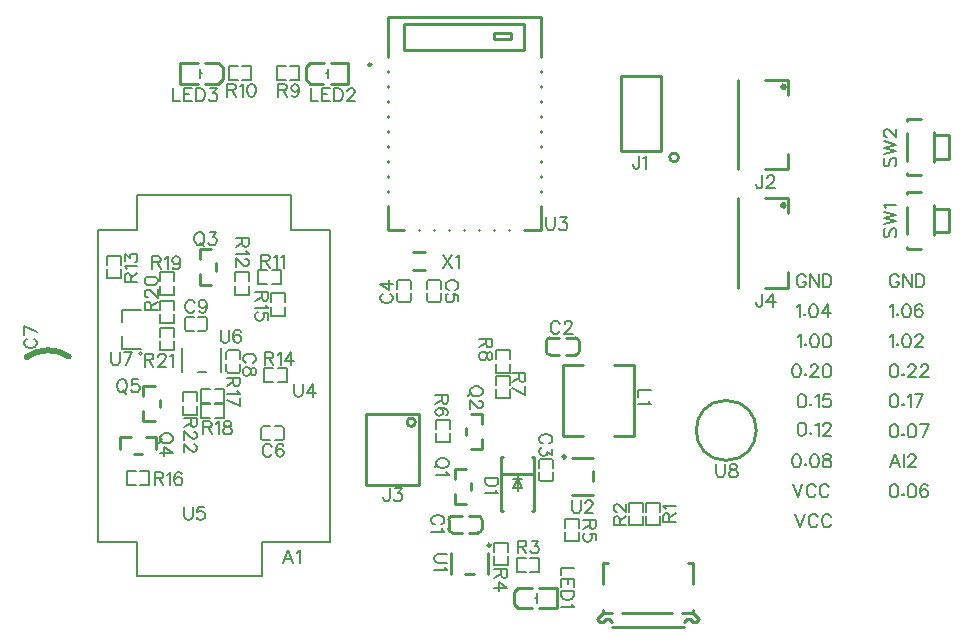
<source format=gto>
G04 Layer: TopSilkLayer*
G04 EasyEDA v6.4.19.5, 2021-05-22T15:38:53+02:00*
G04 3629cfa7d52e4947b918c6b19203bcd8,b771c775d4444e86a06a5321f8c966cb,10*
G04 Gerber Generator version 0.2*
G04 Scale: 100 percent, Rotated: No, Reflected: No *
G04 Dimensions in inches *
G04 leading zeros omitted , absolute positions ,3 integer and 6 decimal *
%FSLAX36Y36*%
%MOIN*%

%ADD10C,0.0100*%
%ADD52C,0.0080*%
%ADD53C,0.0059*%
%ADD54C,0.0050*%
%ADD55C,0.0059*%
%ADD56C,0.0060*%
%ADD57C,0.0197*%
%ADD58C,0.0070*%

%LPD*%
D56*
X3007299Y-1179600D02*
G01*
X3001099Y-1181599D01*
X2996999Y-1187800D01*
X2995000Y-1198000D01*
X2995000Y-1204099D01*
X2996999Y-1214400D01*
X3001099Y-1220500D01*
X3007299Y-1222500D01*
X3011400Y-1222500D01*
X3017500Y-1220500D01*
X3021599Y-1214400D01*
X3023599Y-1204099D01*
X3023599Y-1198000D01*
X3021599Y-1187800D01*
X3017500Y-1181599D01*
X3011400Y-1179600D01*
X3007299Y-1179600D01*
X3039200Y-1212300D02*
G01*
X3037100Y-1214400D01*
X3039200Y-1216399D01*
X3041199Y-1214400D01*
X3039200Y-1212300D01*
X3056800Y-1189800D02*
G01*
X3056800Y-1187800D01*
X3058800Y-1183699D01*
X3060900Y-1181599D01*
X3065000Y-1179600D01*
X3073100Y-1179600D01*
X3077200Y-1181599D01*
X3079300Y-1183699D01*
X3081300Y-1187800D01*
X3081300Y-1191900D01*
X3079300Y-1195999D01*
X3075200Y-1202100D01*
X3054700Y-1222500D01*
X3083400Y-1222500D01*
X3098900Y-1189800D02*
G01*
X3098900Y-1187800D01*
X3101000Y-1183699D01*
X3103000Y-1181599D01*
X3107100Y-1179600D01*
X3115299Y-1179600D01*
X3119399Y-1181599D01*
X3121400Y-1183699D01*
X3123500Y-1187800D01*
X3123500Y-1191900D01*
X3121400Y-1195999D01*
X3117299Y-1202100D01*
X3096899Y-1222500D01*
X3125500Y-1222500D01*
X2995000Y-1087800D02*
G01*
X2999099Y-1085700D01*
X3005200Y-1079600D01*
X3005200Y-1122500D01*
X3020799Y-1112300D02*
G01*
X3018699Y-1114400D01*
X3020799Y-1116399D01*
X3022799Y-1114400D01*
X3020799Y-1112300D01*
X3048599Y-1079600D02*
G01*
X3042500Y-1081599D01*
X3038400Y-1087800D01*
X3036300Y-1098000D01*
X3036300Y-1104099D01*
X3038400Y-1114400D01*
X3042500Y-1120500D01*
X3048599Y-1122500D01*
X3052700Y-1122500D01*
X3058800Y-1120500D01*
X3062899Y-1114400D01*
X3065000Y-1104099D01*
X3065000Y-1098000D01*
X3062899Y-1087800D01*
X3058800Y-1081599D01*
X3052700Y-1079600D01*
X3048599Y-1079600D01*
X3080500Y-1089800D02*
G01*
X3080500Y-1087800D01*
X3082500Y-1083699D01*
X3084600Y-1081599D01*
X3088699Y-1079600D01*
X3096899Y-1079600D01*
X3101000Y-1081599D01*
X3103000Y-1083699D01*
X3105000Y-1087800D01*
X3105000Y-1091900D01*
X3103000Y-1095999D01*
X3098900Y-1102100D01*
X3078500Y-1122500D01*
X3107100Y-1122500D01*
X3007299Y-1279600D02*
G01*
X3001099Y-1281599D01*
X2996999Y-1287800D01*
X2995000Y-1298000D01*
X2995000Y-1304099D01*
X2996999Y-1314400D01*
X3001099Y-1320500D01*
X3007299Y-1322500D01*
X3011400Y-1322500D01*
X3017500Y-1320500D01*
X3021599Y-1314400D01*
X3023599Y-1304099D01*
X3023599Y-1298000D01*
X3021599Y-1287800D01*
X3017500Y-1281599D01*
X3011400Y-1279600D01*
X3007299Y-1279600D01*
X3039200Y-1312300D02*
G01*
X3037100Y-1314400D01*
X3039200Y-1316399D01*
X3041199Y-1314400D01*
X3039200Y-1312300D01*
X3054700Y-1287800D02*
G01*
X3058800Y-1285700D01*
X3065000Y-1279600D01*
X3065000Y-1322500D01*
X3107100Y-1279600D02*
G01*
X3086599Y-1322500D01*
X3078500Y-1279600D02*
G01*
X3107100Y-1279600D01*
X3007299Y-1379600D02*
G01*
X3001099Y-1381599D01*
X2996999Y-1387800D01*
X2995000Y-1398000D01*
X2995000Y-1404099D01*
X2996999Y-1414400D01*
X3001099Y-1420500D01*
X3007299Y-1422500D01*
X3011400Y-1422500D01*
X3017500Y-1420500D01*
X3021599Y-1414400D01*
X3023599Y-1404099D01*
X3023599Y-1398000D01*
X3021599Y-1387800D01*
X3017500Y-1381599D01*
X3011400Y-1379600D01*
X3007299Y-1379600D01*
X3039200Y-1412300D02*
G01*
X3037100Y-1414400D01*
X3039200Y-1416399D01*
X3041199Y-1414400D01*
X3039200Y-1412300D01*
X3066999Y-1379600D02*
G01*
X3060900Y-1381599D01*
X3056800Y-1387800D01*
X3054700Y-1398000D01*
X3054700Y-1404099D01*
X3056800Y-1414400D01*
X3060900Y-1420500D01*
X3066999Y-1422500D01*
X3071099Y-1422500D01*
X3077200Y-1420500D01*
X3081300Y-1414400D01*
X3083400Y-1404099D01*
X3083400Y-1398000D01*
X3081300Y-1387800D01*
X3077200Y-1381599D01*
X3071099Y-1379600D01*
X3066999Y-1379600D01*
X3125500Y-1379600D02*
G01*
X3105000Y-1422500D01*
X3096899Y-1379600D02*
G01*
X3125500Y-1379600D01*
X3011400Y-1479600D02*
G01*
X2995000Y-1522500D01*
X3011400Y-1479600D02*
G01*
X3027700Y-1522500D01*
X3001099Y-1508200D02*
G01*
X3021599Y-1508200D01*
X3041199Y-1479600D02*
G01*
X3041199Y-1522500D01*
X3056800Y-1489800D02*
G01*
X3056800Y-1487800D01*
X3058800Y-1483699D01*
X3060900Y-1481599D01*
X3065000Y-1479600D01*
X3073100Y-1479600D01*
X3077200Y-1481599D01*
X3079300Y-1483699D01*
X3081300Y-1487800D01*
X3081300Y-1491900D01*
X3079300Y-1495999D01*
X3075200Y-1502100D01*
X3054700Y-1522500D01*
X3083400Y-1522500D01*
X3007299Y-1579600D02*
G01*
X3001099Y-1581599D01*
X2996999Y-1587800D01*
X2995000Y-1598000D01*
X2995000Y-1604099D01*
X2996999Y-1614400D01*
X3001099Y-1620500D01*
X3007299Y-1622500D01*
X3011400Y-1622500D01*
X3017500Y-1620500D01*
X3021599Y-1614400D01*
X3023599Y-1604099D01*
X3023599Y-1598000D01*
X3021599Y-1587800D01*
X3017500Y-1581599D01*
X3011400Y-1579600D01*
X3007299Y-1579600D01*
X3039200Y-1612300D02*
G01*
X3037100Y-1614400D01*
X3039200Y-1616399D01*
X3041199Y-1614400D01*
X3039200Y-1612300D01*
X3066999Y-1579600D02*
G01*
X3060900Y-1581599D01*
X3056800Y-1587800D01*
X3054700Y-1598000D01*
X3054700Y-1604099D01*
X3056800Y-1614400D01*
X3060900Y-1620500D01*
X3066999Y-1622500D01*
X3071099Y-1622500D01*
X3077200Y-1620500D01*
X3081300Y-1614400D01*
X3083400Y-1604099D01*
X3083400Y-1598000D01*
X3081300Y-1587800D01*
X3077200Y-1581599D01*
X3071099Y-1579600D01*
X3066999Y-1579600D01*
X3121400Y-1585700D02*
G01*
X3119399Y-1581599D01*
X3113199Y-1579600D01*
X3109099Y-1579600D01*
X3103000Y-1581599D01*
X3098900Y-1587800D01*
X3096899Y-1598000D01*
X3096899Y-1608200D01*
X3098900Y-1616399D01*
X3103000Y-1620500D01*
X3109099Y-1622500D01*
X3111199Y-1622500D01*
X3117299Y-1620500D01*
X3121400Y-1616399D01*
X3123500Y-1610300D01*
X3123500Y-1608200D01*
X3121400Y-1602100D01*
X3117299Y-1598000D01*
X3111199Y-1595999D01*
X3109099Y-1595999D01*
X3103000Y-1598000D01*
X3098900Y-1602100D01*
X3096899Y-1608200D01*
X2995000Y-987800D02*
G01*
X2999099Y-985700D01*
X3005200Y-979600D01*
X3005200Y-1022500D01*
X3020799Y-1012300D02*
G01*
X3018699Y-1014400D01*
X3020799Y-1016399D01*
X3022799Y-1014400D01*
X3020799Y-1012300D01*
X3048599Y-979600D02*
G01*
X3042500Y-981599D01*
X3038400Y-987800D01*
X3036300Y-998000D01*
X3036300Y-1004099D01*
X3038400Y-1014400D01*
X3042500Y-1020500D01*
X3048599Y-1022500D01*
X3052700Y-1022500D01*
X3058800Y-1020500D01*
X3062899Y-1014400D01*
X3065000Y-1004099D01*
X3065000Y-998000D01*
X3062899Y-987800D01*
X3058800Y-981599D01*
X3052700Y-979600D01*
X3048599Y-979600D01*
X3103000Y-985700D02*
G01*
X3101000Y-981599D01*
X3094799Y-979600D01*
X3090699Y-979600D01*
X3084600Y-981599D01*
X3080500Y-987800D01*
X3078500Y-998000D01*
X3078500Y-1008200D01*
X3080500Y-1016399D01*
X3084600Y-1020500D01*
X3090699Y-1022500D01*
X3092799Y-1022500D01*
X3098900Y-1020500D01*
X3103000Y-1016399D01*
X3105000Y-1010300D01*
X3105000Y-1008200D01*
X3103000Y-1002100D01*
X3098900Y-998000D01*
X3092799Y-995999D01*
X3090699Y-995999D01*
X3084600Y-998000D01*
X3080500Y-1002100D01*
X3078500Y-1008200D01*
X2681800Y-1179600D02*
G01*
X2675600Y-1181599D01*
X2671500Y-1187800D01*
X2669501Y-1198000D01*
X2669501Y-1204099D01*
X2671500Y-1214400D01*
X2675600Y-1220500D01*
X2681800Y-1222500D01*
X2685901Y-1222500D01*
X2692001Y-1220500D01*
X2696100Y-1214400D01*
X2698100Y-1204099D01*
X2698100Y-1198000D01*
X2696100Y-1187800D01*
X2692001Y-1181599D01*
X2685901Y-1179600D01*
X2681800Y-1179600D01*
X2713701Y-1212300D02*
G01*
X2711601Y-1214400D01*
X2713701Y-1216399D01*
X2715700Y-1214400D01*
X2713701Y-1212300D01*
X2731301Y-1189800D02*
G01*
X2731301Y-1187800D01*
X2733301Y-1183699D01*
X2735401Y-1181599D01*
X2739501Y-1179600D01*
X2747601Y-1179600D01*
X2751701Y-1181599D01*
X2753801Y-1183699D01*
X2755801Y-1187800D01*
X2755801Y-1191900D01*
X2753801Y-1195999D01*
X2749700Y-1202100D01*
X2729201Y-1222500D01*
X2757901Y-1222500D01*
X2783600Y-1179600D02*
G01*
X2777501Y-1181599D01*
X2773401Y-1187800D01*
X2771400Y-1198000D01*
X2771400Y-1204099D01*
X2773401Y-1214400D01*
X2777501Y-1220500D01*
X2783600Y-1222500D01*
X2787700Y-1222500D01*
X2793900Y-1220500D01*
X2798001Y-1214400D01*
X2800001Y-1204099D01*
X2800001Y-1198000D01*
X2798001Y-1187800D01*
X2793900Y-1181599D01*
X2787700Y-1179600D01*
X2783600Y-1179600D01*
X2687901Y-1087800D02*
G01*
X2692001Y-1085700D01*
X2698100Y-1079600D01*
X2698100Y-1122500D01*
X2713701Y-1112300D02*
G01*
X2711601Y-1114400D01*
X2713701Y-1116399D01*
X2715700Y-1114400D01*
X2713701Y-1112300D01*
X2741500Y-1079600D02*
G01*
X2735401Y-1081599D01*
X2731301Y-1087800D01*
X2729201Y-1098000D01*
X2729201Y-1104099D01*
X2731301Y-1114400D01*
X2735401Y-1120500D01*
X2741500Y-1122500D01*
X2745600Y-1122500D01*
X2751701Y-1120500D01*
X2755801Y-1114400D01*
X2757901Y-1104099D01*
X2757901Y-1098000D01*
X2755801Y-1087800D01*
X2751701Y-1081599D01*
X2745600Y-1079600D01*
X2741500Y-1079600D01*
X2783600Y-1079600D02*
G01*
X2777501Y-1081599D01*
X2773401Y-1087800D01*
X2771400Y-1098000D01*
X2771400Y-1104099D01*
X2773401Y-1114400D01*
X2777501Y-1120500D01*
X2783600Y-1122500D01*
X2787700Y-1122500D01*
X2793900Y-1120500D01*
X2797901Y-1114400D01*
X2800001Y-1104099D01*
X2800001Y-1098000D01*
X2797901Y-1087800D01*
X2793900Y-1081599D01*
X2787700Y-1079600D01*
X2783600Y-1079600D01*
X2700200Y-1279600D02*
G01*
X2694000Y-1281599D01*
X2689901Y-1287800D01*
X2687901Y-1298000D01*
X2687901Y-1304099D01*
X2689901Y-1314400D01*
X2694000Y-1320500D01*
X2700200Y-1322500D01*
X2704300Y-1322500D01*
X2710401Y-1320500D01*
X2714501Y-1314400D01*
X2716500Y-1304099D01*
X2716500Y-1298000D01*
X2714501Y-1287800D01*
X2710401Y-1281599D01*
X2704300Y-1279600D01*
X2700200Y-1279600D01*
X2732101Y-1312300D02*
G01*
X2730001Y-1314400D01*
X2732101Y-1316399D01*
X2734101Y-1314400D01*
X2732101Y-1312300D01*
X2747601Y-1287800D02*
G01*
X2751701Y-1285700D01*
X2757901Y-1279600D01*
X2757901Y-1322500D01*
X2795901Y-1279600D02*
G01*
X2775401Y-1279600D01*
X2773401Y-1298000D01*
X2775401Y-1295999D01*
X2781601Y-1293899D01*
X2787700Y-1293899D01*
X2793900Y-1295999D01*
X2797901Y-1300000D01*
X2800001Y-1306199D01*
X2800001Y-1310300D01*
X2797901Y-1316399D01*
X2793900Y-1320500D01*
X2787700Y-1322500D01*
X2781601Y-1322500D01*
X2775401Y-1320500D01*
X2773401Y-1318499D01*
X2771400Y-1314400D01*
X2700200Y-1374600D02*
G01*
X2693999Y-1376599D01*
X2689899Y-1382800D01*
X2687899Y-1393000D01*
X2687899Y-1399099D01*
X2689899Y-1409400D01*
X2693999Y-1415500D01*
X2700200Y-1417500D01*
X2704300Y-1417500D01*
X2710399Y-1415500D01*
X2714499Y-1409400D01*
X2716499Y-1399099D01*
X2716499Y-1393000D01*
X2714499Y-1382800D01*
X2710399Y-1376599D01*
X2704300Y-1374600D01*
X2700200Y-1374600D01*
X2732100Y-1407300D02*
G01*
X2730000Y-1409400D01*
X2732100Y-1411399D01*
X2734099Y-1409400D01*
X2732100Y-1407300D01*
X2747600Y-1382800D02*
G01*
X2751700Y-1380700D01*
X2757899Y-1374600D01*
X2757899Y-1417500D01*
X2773400Y-1384800D02*
G01*
X2773400Y-1382800D01*
X2775399Y-1378699D01*
X2777500Y-1376599D01*
X2781599Y-1374600D01*
X2789799Y-1374600D01*
X2793900Y-1376599D01*
X2795900Y-1378699D01*
X2797899Y-1382800D01*
X2797899Y-1386900D01*
X2795900Y-1390999D01*
X2791800Y-1397100D01*
X2771400Y-1417500D01*
X2800000Y-1417500D01*
X2681800Y-1479600D02*
G01*
X2675600Y-1481599D01*
X2671500Y-1487800D01*
X2669501Y-1498000D01*
X2669501Y-1504099D01*
X2671500Y-1514400D01*
X2675600Y-1520500D01*
X2681800Y-1522500D01*
X2685901Y-1522500D01*
X2692001Y-1520500D01*
X2696100Y-1514400D01*
X2698100Y-1504099D01*
X2698100Y-1498000D01*
X2696100Y-1487800D01*
X2692001Y-1481599D01*
X2685901Y-1479600D01*
X2681800Y-1479600D01*
X2713701Y-1512300D02*
G01*
X2711601Y-1514400D01*
X2713701Y-1516399D01*
X2715700Y-1514400D01*
X2713701Y-1512300D01*
X2741500Y-1479600D02*
G01*
X2735401Y-1481599D01*
X2731301Y-1487800D01*
X2729201Y-1498000D01*
X2729201Y-1504099D01*
X2731301Y-1514400D01*
X2735401Y-1520500D01*
X2741500Y-1522500D01*
X2745600Y-1522500D01*
X2751701Y-1520500D01*
X2755801Y-1514400D01*
X2757901Y-1504099D01*
X2757901Y-1498000D01*
X2755801Y-1487800D01*
X2751701Y-1481599D01*
X2745600Y-1479600D01*
X2741500Y-1479600D01*
X2781601Y-1479600D02*
G01*
X2775501Y-1481599D01*
X2773401Y-1485700D01*
X2773401Y-1489800D01*
X2775501Y-1493899D01*
X2779501Y-1495999D01*
X2787700Y-1498000D01*
X2793900Y-1500000D01*
X2798001Y-1504099D01*
X2800001Y-1508200D01*
X2800001Y-1514400D01*
X2798001Y-1518499D01*
X2795901Y-1520500D01*
X2789800Y-1522500D01*
X2781601Y-1522500D01*
X2775501Y-1520500D01*
X2773401Y-1518499D01*
X2771400Y-1514400D01*
X2771400Y-1508200D01*
X2773401Y-1504099D01*
X2777501Y-1500000D01*
X2783600Y-1498000D01*
X2791800Y-1495999D01*
X2795901Y-1493899D01*
X2798001Y-1489800D01*
X2798001Y-1485700D01*
X2795901Y-1481599D01*
X2789800Y-1479600D01*
X2781601Y-1479600D01*
X2671499Y-1579600D02*
G01*
X2687899Y-1622500D01*
X2704200Y-1579600D02*
G01*
X2687899Y-1622500D01*
X2748400Y-1589800D02*
G01*
X2746400Y-1585700D01*
X2742299Y-1581599D01*
X2738199Y-1579600D01*
X2730000Y-1579600D01*
X2725900Y-1581599D01*
X2721800Y-1585700D01*
X2719799Y-1589800D01*
X2717700Y-1595999D01*
X2717700Y-1606199D01*
X2719799Y-1612300D01*
X2721800Y-1616399D01*
X2725900Y-1620500D01*
X2730000Y-1622500D01*
X2738199Y-1622500D01*
X2742299Y-1620500D01*
X2746400Y-1616399D01*
X2748400Y-1612300D01*
X2792600Y-1589800D02*
G01*
X2790500Y-1585700D01*
X2786499Y-1581599D01*
X2782399Y-1579600D01*
X2774200Y-1579600D01*
X2770100Y-1581599D01*
X2766000Y-1585700D01*
X2763999Y-1589800D01*
X2761899Y-1595999D01*
X2761899Y-1606199D01*
X2763999Y-1612300D01*
X2766000Y-1616399D01*
X2770100Y-1620500D01*
X2774200Y-1622500D01*
X2782399Y-1622500D01*
X2786499Y-1620500D01*
X2790500Y-1616399D01*
X2792600Y-1612300D01*
X2685898Y-987800D02*
G01*
X2689998Y-985700D01*
X2696099Y-979600D01*
X2696099Y-1022500D01*
X2711698Y-1012300D02*
G01*
X2709598Y-1014400D01*
X2711698Y-1016399D01*
X2713698Y-1014400D01*
X2711698Y-1012300D01*
X2739498Y-979600D02*
G01*
X2733398Y-981599D01*
X2729299Y-987800D01*
X2727199Y-998000D01*
X2727199Y-1004099D01*
X2729299Y-1014400D01*
X2733398Y-1020500D01*
X2739498Y-1022500D01*
X2743599Y-1022500D01*
X2749699Y-1020500D01*
X2753798Y-1014400D01*
X2755898Y-1004099D01*
X2755898Y-998000D01*
X2753798Y-987800D01*
X2749699Y-981599D01*
X2743599Y-979600D01*
X2739498Y-979600D01*
X2789799Y-979600D02*
G01*
X2769399Y-1008200D01*
X2799998Y-1008200D01*
X2789799Y-979600D02*
G01*
X2789799Y-1022500D01*
X3025699Y-889800D02*
G01*
X3023599Y-885700D01*
X3019499Y-881599D01*
X3015500Y-879600D01*
X3007299Y-879600D01*
X3003199Y-881599D01*
X2999099Y-885700D01*
X2996999Y-889800D01*
X2995000Y-895999D01*
X2995000Y-906199D01*
X2996999Y-912300D01*
X2999099Y-916399D01*
X3003199Y-920500D01*
X3007299Y-922500D01*
X3015500Y-922500D01*
X3019499Y-920500D01*
X3023599Y-916399D01*
X3025699Y-912300D01*
X3025699Y-906199D01*
X3015500Y-906199D02*
G01*
X3025699Y-906199D01*
X3039200Y-879600D02*
G01*
X3039200Y-922500D01*
X3039200Y-879600D02*
G01*
X3067799Y-922500D01*
X3067799Y-879600D02*
G01*
X3067799Y-922500D01*
X3081300Y-879600D02*
G01*
X3081300Y-922500D01*
X3081300Y-879600D02*
G01*
X3095600Y-879600D01*
X3101800Y-881599D01*
X3105900Y-885700D01*
X3107899Y-889800D01*
X3110000Y-895999D01*
X3110000Y-906199D01*
X3107899Y-912300D01*
X3105900Y-916399D01*
X3101800Y-920500D01*
X3095600Y-922500D01*
X3081300Y-922500D01*
X2715699Y-889800D02*
G01*
X2713599Y-885700D01*
X2709499Y-881599D01*
X2705500Y-879600D01*
X2697299Y-879600D01*
X2693199Y-881599D01*
X2689099Y-885700D01*
X2686999Y-889800D01*
X2685000Y-895999D01*
X2685000Y-906199D01*
X2686999Y-912300D01*
X2689099Y-916399D01*
X2693199Y-920500D01*
X2697299Y-922500D01*
X2705500Y-922500D01*
X2709499Y-920500D01*
X2713599Y-916399D01*
X2715699Y-912300D01*
X2715699Y-906199D01*
X2705500Y-906199D02*
G01*
X2715699Y-906199D01*
X2729200Y-879600D02*
G01*
X2729200Y-922500D01*
X2729200Y-879600D02*
G01*
X2757799Y-922500D01*
X2757799Y-879600D02*
G01*
X2757799Y-922500D01*
X2771300Y-879600D02*
G01*
X2771300Y-922500D01*
X2771300Y-879600D02*
G01*
X2785600Y-879600D01*
X2791800Y-881599D01*
X2795900Y-885700D01*
X2797899Y-889800D01*
X2800000Y-895999D01*
X2800000Y-906199D01*
X2797899Y-912300D01*
X2795900Y-916399D01*
X2791800Y-920500D01*
X2785600Y-922500D01*
X2771300Y-922500D01*
X2678900Y-1679600D02*
G01*
X2695300Y-1722500D01*
X2711601Y-1679600D02*
G01*
X2695300Y-1722500D01*
X2755801Y-1689800D02*
G01*
X2753801Y-1685700D01*
X2749700Y-1681599D01*
X2745600Y-1679600D01*
X2737401Y-1679600D01*
X2733301Y-1681599D01*
X2729201Y-1685700D01*
X2727200Y-1689800D01*
X2725101Y-1695999D01*
X2725101Y-1706199D01*
X2727200Y-1712300D01*
X2729201Y-1716399D01*
X2733301Y-1720500D01*
X2737401Y-1722500D01*
X2745600Y-1722500D01*
X2749700Y-1720500D01*
X2753801Y-1716399D01*
X2755801Y-1712300D01*
X2800001Y-1689800D02*
G01*
X2797901Y-1685700D01*
X2793900Y-1681599D01*
X2789800Y-1679600D01*
X2781601Y-1679600D01*
X2777501Y-1681599D01*
X2773401Y-1685700D01*
X2771400Y-1689800D01*
X2769300Y-1695999D01*
X2769300Y-1706199D01*
X2771400Y-1712300D01*
X2773401Y-1716399D01*
X2777501Y-1720500D01*
X2781601Y-1722500D01*
X2789800Y-1722500D01*
X2793900Y-1720500D01*
X2797901Y-1716399D01*
X2800001Y-1712300D01*
X2980699Y-726399D02*
G01*
X2976599Y-730500D01*
X2974600Y-736599D01*
X2974600Y-744800D01*
X2976599Y-750900D01*
X2980699Y-755000D01*
X2984799Y-755000D01*
X2988900Y-753000D01*
X2991000Y-750900D01*
X2993000Y-746799D01*
X2997100Y-734499D01*
X2999099Y-730500D01*
X3001199Y-728400D01*
X3005299Y-726399D01*
X3011400Y-726399D01*
X3015500Y-730500D01*
X3017500Y-736599D01*
X3017500Y-744800D01*
X3015500Y-750900D01*
X3011400Y-755000D01*
X2974600Y-712899D02*
G01*
X3017500Y-702600D01*
X2974600Y-692399D02*
G01*
X3017500Y-702600D01*
X2974600Y-692399D02*
G01*
X3017500Y-682199D01*
X2974600Y-671999D02*
G01*
X3017500Y-682199D01*
X2982799Y-658499D02*
G01*
X2980699Y-654400D01*
X2974600Y-648200D01*
X3017500Y-648200D01*
X2980699Y-491399D02*
G01*
X2976599Y-495500D01*
X2974600Y-501599D01*
X2974600Y-509800D01*
X2976599Y-515900D01*
X2980699Y-520000D01*
X2984799Y-520000D01*
X2988900Y-518000D01*
X2991000Y-515900D01*
X2993000Y-511799D01*
X2997100Y-499499D01*
X2999099Y-495500D01*
X3001199Y-493400D01*
X3005299Y-491399D01*
X3011400Y-491399D01*
X3015500Y-495500D01*
X3017500Y-501599D01*
X3017500Y-509800D01*
X3015500Y-515900D01*
X3011400Y-520000D01*
X2974600Y-477899D02*
G01*
X3017500Y-467600D01*
X2974600Y-457399D02*
G01*
X3017500Y-467600D01*
X2974600Y-457399D02*
G01*
X3017500Y-447199D01*
X2974600Y-436999D02*
G01*
X3017500Y-447199D01*
X2984799Y-421399D02*
G01*
X2982799Y-421399D01*
X2978699Y-419400D01*
X2976599Y-417300D01*
X2974600Y-413200D01*
X2974600Y-405000D01*
X2976599Y-400999D01*
X2978699Y-398899D01*
X2982799Y-396900D01*
X2986899Y-396900D01*
X2991000Y-398899D01*
X2997100Y-403000D01*
X3017500Y-423499D01*
X3017500Y-394800D01*
X1942807Y-1858362D02*
G01*
X1899907Y-1858362D01*
X1899907Y-1858362D02*
G01*
X1899907Y-1882863D01*
X1942807Y-1896363D02*
G01*
X1899907Y-1896363D01*
X1942807Y-1896363D02*
G01*
X1942807Y-1922962D01*
X1922407Y-1896363D02*
G01*
X1922407Y-1912763D01*
X1899907Y-1896363D02*
G01*
X1899907Y-1922962D01*
X1942807Y-1936462D02*
G01*
X1899907Y-1936462D01*
X1942807Y-1936462D02*
G01*
X1942807Y-1950862D01*
X1940807Y-1956963D01*
X1936706Y-1961062D01*
X1932606Y-1963063D01*
X1926406Y-1965162D01*
X1916207Y-1965162D01*
X1910106Y-1963063D01*
X1906006Y-1961062D01*
X1901907Y-1956963D01*
X1899907Y-1950862D01*
X1899907Y-1936462D01*
X1934606Y-1978663D02*
G01*
X1936706Y-1982763D01*
X1942807Y-1988863D01*
X1899907Y-1988863D01*
X1065000Y-259600D02*
G01*
X1065000Y-302500D01*
X1065000Y-302500D02*
G01*
X1089499Y-302500D01*
X1103000Y-259600D02*
G01*
X1103000Y-302500D01*
X1103000Y-259600D02*
G01*
X1129600Y-259600D01*
X1103000Y-280000D02*
G01*
X1119399Y-280000D01*
X1103000Y-302500D02*
G01*
X1129600Y-302500D01*
X1143100Y-259600D02*
G01*
X1143100Y-302500D01*
X1143100Y-259600D02*
G01*
X1157500Y-259600D01*
X1163599Y-261599D01*
X1167700Y-265700D01*
X1169700Y-269800D01*
X1171800Y-275999D01*
X1171800Y-286199D01*
X1169700Y-292300D01*
X1167700Y-296399D01*
X1163599Y-300500D01*
X1157500Y-302500D01*
X1143100Y-302500D01*
X1187299Y-269800D02*
G01*
X1187299Y-267800D01*
X1189399Y-263699D01*
X1191400Y-261599D01*
X1195500Y-259600D01*
X1203699Y-259600D01*
X1207799Y-261599D01*
X1209799Y-263699D01*
X1211899Y-267800D01*
X1211899Y-271900D01*
X1209799Y-275999D01*
X1205699Y-282100D01*
X1185299Y-302500D01*
X1213900Y-302500D01*
X605000Y-259600D02*
G01*
X605000Y-302500D01*
X605000Y-302500D02*
G01*
X629499Y-302500D01*
X643000Y-259600D02*
G01*
X643000Y-302500D01*
X643000Y-259600D02*
G01*
X669600Y-259600D01*
X643000Y-280000D02*
G01*
X659400Y-280000D01*
X643000Y-302500D02*
G01*
X669600Y-302500D01*
X683099Y-259600D02*
G01*
X683099Y-302500D01*
X683099Y-259600D02*
G01*
X697500Y-259600D01*
X703600Y-261599D01*
X707699Y-265700D01*
X709699Y-269800D01*
X711799Y-275999D01*
X711799Y-286199D01*
X709699Y-292300D01*
X707699Y-296399D01*
X703600Y-300500D01*
X697500Y-302500D01*
X683099Y-302500D01*
X729400Y-259600D02*
G01*
X751900Y-259600D01*
X739600Y-275999D01*
X745700Y-275999D01*
X749800Y-278000D01*
X751900Y-280000D01*
X753899Y-286199D01*
X753899Y-290300D01*
X751900Y-296399D01*
X747800Y-300500D01*
X741599Y-302500D01*
X735500Y-302500D01*
X729400Y-300500D01*
X727300Y-298499D01*
X725300Y-294400D01*
X1525402Y-1505059D02*
G01*
X1523401Y-1500958D01*
X1519301Y-1496858D01*
X1515201Y-1494758D01*
X1509002Y-1492759D01*
X1498801Y-1492759D01*
X1492701Y-1494758D01*
X1488602Y-1496858D01*
X1484502Y-1500958D01*
X1482502Y-1505059D01*
X1482502Y-1513258D01*
X1484502Y-1517258D01*
X1488602Y-1521359D01*
X1492701Y-1523458D01*
X1498801Y-1525459D01*
X1509002Y-1525459D01*
X1515201Y-1523458D01*
X1519301Y-1521359D01*
X1523401Y-1517258D01*
X1525402Y-1513258D01*
X1525402Y-1505059D01*
X1490601Y-1511158D02*
G01*
X1478401Y-1523458D01*
X1517201Y-1538958D02*
G01*
X1519301Y-1543058D01*
X1525402Y-1549259D01*
X1482502Y-1549259D01*
X1637808Y-1265664D02*
G01*
X1635807Y-1261563D01*
X1631707Y-1257464D01*
X1627608Y-1255363D01*
X1621408Y-1253364D01*
X1611207Y-1253364D01*
X1605108Y-1255363D01*
X1601008Y-1257464D01*
X1596908Y-1261563D01*
X1594907Y-1265664D01*
X1594907Y-1273863D01*
X1596908Y-1277863D01*
X1601008Y-1281963D01*
X1605108Y-1284063D01*
X1611207Y-1286064D01*
X1621408Y-1286064D01*
X1627608Y-1284063D01*
X1631707Y-1281963D01*
X1635807Y-1277863D01*
X1637808Y-1273863D01*
X1637808Y-1265664D01*
X1603007Y-1271763D02*
G01*
X1590807Y-1284063D01*
X1627608Y-1301664D02*
G01*
X1629607Y-1301664D01*
X1633707Y-1303663D01*
X1635807Y-1305763D01*
X1637808Y-1309863D01*
X1637808Y-1317964D01*
X1635807Y-1322064D01*
X1633707Y-1324164D01*
X1629607Y-1326163D01*
X1625507Y-1326163D01*
X1621408Y-1324164D01*
X1615308Y-1320064D01*
X1594907Y-1299564D01*
X1594907Y-1328263D01*
X689663Y-739598D02*
G01*
X685563Y-741597D01*
X681464Y-745698D01*
X679364Y-749798D01*
X677363Y-755997D01*
X677363Y-766197D01*
X679364Y-772298D01*
X681464Y-776397D01*
X685563Y-780497D01*
X689663Y-782498D01*
X697863Y-782498D01*
X701864Y-780497D01*
X705963Y-776397D01*
X708063Y-772298D01*
X710064Y-766197D01*
X710064Y-755997D01*
X708063Y-749798D01*
X705963Y-745698D01*
X701864Y-741597D01*
X697863Y-739598D01*
X689663Y-739598D01*
X695763Y-774398D02*
G01*
X708063Y-786597D01*
X727663Y-739598D02*
G01*
X750163Y-739598D01*
X737863Y-755997D01*
X744063Y-755997D01*
X748164Y-757997D01*
X750163Y-759998D01*
X752264Y-766197D01*
X752264Y-770297D01*
X750163Y-776397D01*
X746064Y-780497D01*
X739964Y-782498D01*
X733863Y-782498D01*
X727663Y-780497D01*
X725664Y-778497D01*
X723564Y-774398D01*
X605399Y-1422300D02*
G01*
X603400Y-1418200D01*
X599299Y-1414099D01*
X595199Y-1411999D01*
X589000Y-1410000D01*
X578800Y-1410000D01*
X572699Y-1411999D01*
X568600Y-1414099D01*
X564499Y-1418200D01*
X562500Y-1422300D01*
X562500Y-1430500D01*
X564499Y-1434499D01*
X568600Y-1438600D01*
X572699Y-1440700D01*
X578800Y-1442699D01*
X589000Y-1442699D01*
X595199Y-1440700D01*
X599299Y-1438600D01*
X603400Y-1434499D01*
X605399Y-1430500D01*
X605399Y-1422300D01*
X570599Y-1428400D02*
G01*
X558400Y-1440700D01*
X605399Y-1476700D02*
G01*
X576799Y-1456199D01*
X576799Y-1486900D01*
X605399Y-1476700D02*
G01*
X562500Y-1476700D01*
X432346Y-1230207D02*
G01*
X428247Y-1232208D01*
X424146Y-1236307D01*
X422046Y-1240408D01*
X420046Y-1246608D01*
X420046Y-1256808D01*
X422046Y-1262908D01*
X424146Y-1267008D01*
X428247Y-1271107D01*
X432346Y-1273108D01*
X440547Y-1273108D01*
X444546Y-1271107D01*
X448647Y-1267008D01*
X450747Y-1262908D01*
X452746Y-1256808D01*
X452746Y-1246608D01*
X450747Y-1240408D01*
X448647Y-1236307D01*
X444546Y-1232208D01*
X440547Y-1230207D01*
X432346Y-1230207D01*
X438447Y-1265007D02*
G01*
X450747Y-1277208D01*
X490846Y-1230207D02*
G01*
X470347Y-1230207D01*
X468346Y-1248607D01*
X470347Y-1246608D01*
X476547Y-1244508D01*
X482647Y-1244508D01*
X488746Y-1246608D01*
X492847Y-1250608D01*
X494947Y-1256808D01*
X494947Y-1260907D01*
X492847Y-1267008D01*
X488746Y-1271107D01*
X482647Y-1273108D01*
X476547Y-1273108D01*
X470347Y-1271107D01*
X468346Y-1269108D01*
X466246Y-1265007D01*
X1520402Y-1812757D02*
G01*
X1489702Y-1812757D01*
X1483603Y-1814756D01*
X1479503Y-1818856D01*
X1477502Y-1825057D01*
X1477502Y-1829157D01*
X1479503Y-1835257D01*
X1483603Y-1839357D01*
X1489702Y-1841356D01*
X1520402Y-1841356D01*
X1512202Y-1854857D02*
G01*
X1514303Y-1858957D01*
X1520402Y-1865156D01*
X1477502Y-1865156D01*
X1936000Y-1633355D02*
G01*
X1936000Y-1664054D01*
X1938000Y-1670154D01*
X1942100Y-1674254D01*
X1948299Y-1676255D01*
X1952399Y-1676255D01*
X1958500Y-1674254D01*
X1962600Y-1670154D01*
X1964600Y-1664054D01*
X1964600Y-1633355D01*
X1980200Y-1643555D02*
G01*
X1980200Y-1641554D01*
X1982200Y-1637455D01*
X1984300Y-1635354D01*
X1988400Y-1633355D01*
X1996499Y-1633355D01*
X2000600Y-1635354D01*
X2002700Y-1637455D01*
X2004700Y-1641554D01*
X2004700Y-1645655D01*
X2002700Y-1649755D01*
X1998599Y-1655855D01*
X1978100Y-1676255D01*
X2006800Y-1676255D01*
X2160500Y-484600D02*
G01*
X2160500Y-517300D01*
X2158400Y-523499D01*
X2156400Y-525500D01*
X2152299Y-527500D01*
X2148199Y-527500D01*
X2144099Y-525500D01*
X2141999Y-523499D01*
X2140000Y-517300D01*
X2140000Y-513200D01*
X2173999Y-492800D02*
G01*
X2178000Y-490700D01*
X2184200Y-484600D01*
X2184200Y-527500D01*
X2239600Y-1705000D02*
G01*
X2282500Y-1705000D01*
X2239600Y-1705000D02*
G01*
X2239600Y-1686599D01*
X2241599Y-1680500D01*
X2243699Y-1678400D01*
X2247799Y-1676399D01*
X2251899Y-1676399D01*
X2256000Y-1678400D01*
X2258000Y-1680500D01*
X2260000Y-1686599D01*
X2260000Y-1705000D01*
X2260000Y-1690700D02*
G01*
X2282500Y-1676399D01*
X2247799Y-1662899D02*
G01*
X2245699Y-1658800D01*
X2239600Y-1652600D01*
X2282500Y-1652600D01*
X2074600Y-1715000D02*
G01*
X2117500Y-1715000D01*
X2074600Y-1715000D02*
G01*
X2074600Y-1696599D01*
X2076599Y-1690500D01*
X2078699Y-1688400D01*
X2082799Y-1686399D01*
X2086899Y-1686399D01*
X2091000Y-1688400D01*
X2093000Y-1690500D01*
X2095000Y-1696599D01*
X2095000Y-1715000D01*
X2095000Y-1700700D02*
G01*
X2117500Y-1686399D01*
X2084799Y-1670799D02*
G01*
X2082799Y-1670799D01*
X2078699Y-1668800D01*
X2076599Y-1666700D01*
X2074600Y-1662600D01*
X2074600Y-1654499D01*
X2076599Y-1650399D01*
X2078699Y-1648299D01*
X2082799Y-1646300D01*
X2086899Y-1646300D01*
X2091000Y-1648299D01*
X2097100Y-1652399D01*
X2117500Y-1672899D01*
X2117500Y-1644200D01*
X1506994Y-814594D02*
G01*
X1535595Y-857494D01*
X1535595Y-814594D02*
G01*
X1506994Y-857494D01*
X1549094Y-822795D02*
G01*
X1553194Y-820695D01*
X1559395Y-814594D01*
X1559395Y-857494D01*
X2015397Y-1699996D02*
G01*
X1972497Y-1699996D01*
X2015397Y-1699996D02*
G01*
X2015397Y-1718397D01*
X2013397Y-1724497D01*
X2011297Y-1726597D01*
X2007196Y-1728596D01*
X2003096Y-1728596D01*
X1998996Y-1726597D01*
X1996997Y-1724497D01*
X1994997Y-1718397D01*
X1994997Y-1699996D01*
X1994997Y-1714297D02*
G01*
X1972497Y-1728596D01*
X2015397Y-1766696D02*
G01*
X2015397Y-1746197D01*
X1996997Y-1744196D01*
X1998996Y-1746197D01*
X2001096Y-1752397D01*
X2001096Y-1758497D01*
X1998996Y-1764596D01*
X1994997Y-1768697D01*
X1988797Y-1770796D01*
X1984696Y-1770796D01*
X1978596Y-1768697D01*
X1974497Y-1764596D01*
X1972497Y-1758497D01*
X1972497Y-1752397D01*
X1974497Y-1746197D01*
X1976496Y-1744196D01*
X1980596Y-1742096D01*
X1670399Y-1095003D02*
G01*
X1627500Y-1095003D01*
X1670399Y-1095003D02*
G01*
X1670399Y-1113402D01*
X1668400Y-1119502D01*
X1666300Y-1121603D01*
X1662200Y-1123602D01*
X1658100Y-1123602D01*
X1653999Y-1121603D01*
X1651999Y-1119502D01*
X1650000Y-1113402D01*
X1650000Y-1095003D01*
X1650000Y-1109303D02*
G01*
X1627500Y-1123602D01*
X1670399Y-1147402D02*
G01*
X1668400Y-1141203D01*
X1664300Y-1139203D01*
X1660200Y-1139203D01*
X1656099Y-1141203D01*
X1653999Y-1145302D01*
X1651999Y-1153503D01*
X1650000Y-1159603D01*
X1645900Y-1163703D01*
X1641800Y-1165803D01*
X1635600Y-1165803D01*
X1631499Y-1163703D01*
X1629499Y-1161703D01*
X1627500Y-1155502D01*
X1627500Y-1147402D01*
X1629499Y-1141203D01*
X1631499Y-1139203D01*
X1635600Y-1137103D01*
X1641800Y-1137103D01*
X1645900Y-1139203D01*
X1650000Y-1143303D01*
X1651999Y-1149403D01*
X1653999Y-1157602D01*
X1656099Y-1161703D01*
X1660200Y-1163703D01*
X1664300Y-1163703D01*
X1668400Y-1161703D01*
X1670399Y-1155502D01*
X1670399Y-1147402D01*
X1780399Y-1210003D02*
G01*
X1737500Y-1210003D01*
X1780399Y-1210003D02*
G01*
X1780399Y-1228402D01*
X1778400Y-1234502D01*
X1776300Y-1236603D01*
X1772200Y-1238602D01*
X1768100Y-1238602D01*
X1763999Y-1236603D01*
X1761999Y-1234502D01*
X1760000Y-1228402D01*
X1760000Y-1210003D01*
X1760000Y-1224303D02*
G01*
X1737500Y-1238602D01*
X1780399Y-1280803D02*
G01*
X1737500Y-1260302D01*
X1780399Y-1252103D02*
G01*
X1780399Y-1280803D01*
X1522807Y-1283366D02*
G01*
X1479907Y-1283366D01*
X1522807Y-1283366D02*
G01*
X1522807Y-1301765D01*
X1520807Y-1307865D01*
X1518707Y-1309965D01*
X1514606Y-1311966D01*
X1510506Y-1311966D01*
X1506406Y-1309965D01*
X1504407Y-1307865D01*
X1502407Y-1301765D01*
X1502407Y-1283366D01*
X1502407Y-1297665D02*
G01*
X1479907Y-1311966D01*
X1516706Y-1350066D02*
G01*
X1520807Y-1347966D01*
X1522807Y-1341866D01*
X1522807Y-1337766D01*
X1520807Y-1331666D01*
X1514606Y-1327566D01*
X1504407Y-1325466D01*
X1494206Y-1325466D01*
X1486006Y-1327566D01*
X1481907Y-1331666D01*
X1479907Y-1337766D01*
X1479907Y-1339866D01*
X1481907Y-1345965D01*
X1486006Y-1350066D01*
X1492106Y-1352065D01*
X1494206Y-1352065D01*
X1500307Y-1350066D01*
X1504407Y-1345965D01*
X1506406Y-1339866D01*
X1506406Y-1337766D01*
X1504407Y-1331666D01*
X1500307Y-1327566D01*
X1494206Y-1325466D01*
X1690399Y-1557755D02*
G01*
X1647500Y-1557755D01*
X1690399Y-1557755D02*
G01*
X1690399Y-1572055D01*
X1688400Y-1578254D01*
X1684300Y-1582255D01*
X1680200Y-1584355D01*
X1673999Y-1586354D01*
X1663800Y-1586354D01*
X1657700Y-1584355D01*
X1653599Y-1582255D01*
X1649499Y-1578254D01*
X1647500Y-1572055D01*
X1647500Y-1557755D01*
X1682200Y-1599854D02*
G01*
X1684300Y-1603955D01*
X1690399Y-1610154D01*
X1647500Y-1610154D01*
X1860200Y-1443460D02*
G01*
X1864300Y-1441359D01*
X1868400Y-1437260D01*
X1870399Y-1433260D01*
X1870399Y-1425059D01*
X1868400Y-1420960D01*
X1864300Y-1416860D01*
X1860200Y-1414760D01*
X1853999Y-1412759D01*
X1843800Y-1412759D01*
X1837700Y-1414760D01*
X1833599Y-1416860D01*
X1829499Y-1420960D01*
X1827500Y-1425059D01*
X1827500Y-1433260D01*
X1829499Y-1437260D01*
X1833599Y-1441359D01*
X1837700Y-1443460D01*
X1870399Y-1461060D02*
G01*
X1870399Y-1483560D01*
X1853999Y-1471260D01*
X1853999Y-1477359D01*
X1851999Y-1481460D01*
X1850000Y-1483560D01*
X1843800Y-1485560D01*
X1839700Y-1485560D01*
X1833599Y-1483560D01*
X1829499Y-1479459D01*
X1827500Y-1473260D01*
X1827500Y-1467159D01*
X1829499Y-1461060D01*
X1831499Y-1458960D01*
X1835600Y-1456959D01*
X2200399Y-1264998D02*
G01*
X2157500Y-1264998D01*
X2157500Y-1264998D02*
G01*
X2157500Y-1289499D01*
X2192200Y-1302998D02*
G01*
X2194300Y-1307098D01*
X2200399Y-1313299D01*
X2157500Y-1313299D01*
X1720399Y-1862755D02*
G01*
X1677500Y-1862755D01*
X1720399Y-1862755D02*
G01*
X1720399Y-1881154D01*
X1718400Y-1887255D01*
X1716300Y-1889355D01*
X1712200Y-1891354D01*
X1708100Y-1891354D01*
X1703999Y-1889355D01*
X1701999Y-1887255D01*
X1700000Y-1881154D01*
X1700000Y-1862755D01*
X1700000Y-1877055D02*
G01*
X1677500Y-1891354D01*
X1720399Y-1925354D02*
G01*
X1691800Y-1904854D01*
X1691800Y-1935554D01*
X1720399Y-1925354D02*
G01*
X1677500Y-1925354D01*
X1547200Y-930695D02*
G01*
X1551300Y-928595D01*
X1555399Y-924495D01*
X1557399Y-920495D01*
X1557399Y-912294D01*
X1555399Y-908195D01*
X1551300Y-904095D01*
X1547200Y-901995D01*
X1541000Y-899994D01*
X1530799Y-899994D01*
X1524700Y-901995D01*
X1520600Y-904095D01*
X1516499Y-908195D01*
X1514499Y-912294D01*
X1514499Y-920495D01*
X1516499Y-924495D01*
X1520600Y-928595D01*
X1524700Y-930695D01*
X1557399Y-968694D02*
G01*
X1557399Y-948294D01*
X1538999Y-946194D01*
X1541000Y-948294D01*
X1543100Y-954394D01*
X1543100Y-960495D01*
X1541000Y-966694D01*
X1536999Y-970794D01*
X1530799Y-972795D01*
X1526700Y-972795D01*
X1520600Y-970794D01*
X1516499Y-966694D01*
X1514499Y-960495D01*
X1514499Y-954394D01*
X1516499Y-948294D01*
X1518500Y-946194D01*
X1522600Y-944194D01*
X1306800Y-944295D02*
G01*
X1302700Y-946395D01*
X1298599Y-950495D01*
X1296599Y-954495D01*
X1296599Y-962694D01*
X1298599Y-966795D01*
X1302700Y-970895D01*
X1306800Y-972995D01*
X1313000Y-974994D01*
X1323199Y-974994D01*
X1329300Y-972995D01*
X1333400Y-970895D01*
X1337500Y-966795D01*
X1339499Y-962694D01*
X1339499Y-954495D01*
X1337500Y-950495D01*
X1333400Y-946395D01*
X1329300Y-944295D01*
X1296599Y-910394D02*
G01*
X1325200Y-930794D01*
X1325200Y-900095D01*
X1296599Y-910394D02*
G01*
X1339499Y-910394D01*
X988806Y-1800207D02*
G01*
X972407Y-1843108D01*
X988806Y-1800207D02*
G01*
X1005106Y-1843108D01*
X978506Y-1828807D02*
G01*
X999007Y-1828807D01*
X1018607Y-1808407D02*
G01*
X1022707Y-1806307D01*
X1028906Y-1800207D01*
X1028906Y-1843108D01*
X765000Y-1064600D02*
G01*
X765000Y-1095300D01*
X766999Y-1101399D01*
X771099Y-1105500D01*
X777299Y-1107500D01*
X781400Y-1107500D01*
X787500Y-1105500D01*
X791599Y-1101399D01*
X793599Y-1095300D01*
X793599Y-1064600D01*
X831700Y-1070700D02*
G01*
X829600Y-1066599D01*
X823500Y-1064600D01*
X819399Y-1064600D01*
X813299Y-1066599D01*
X809200Y-1072800D01*
X807100Y-1083000D01*
X807100Y-1093200D01*
X809200Y-1101399D01*
X813299Y-1105500D01*
X819399Y-1107500D01*
X821499Y-1107500D01*
X827600Y-1105500D01*
X831700Y-1101399D01*
X833699Y-1095300D01*
X833699Y-1093200D01*
X831700Y-1087100D01*
X827600Y-1083000D01*
X821499Y-1080999D01*
X819399Y-1080999D01*
X813299Y-1083000D01*
X809200Y-1087100D01*
X807100Y-1093200D01*
X537359Y-819600D02*
G01*
X537359Y-862500D01*
X537359Y-819600D02*
G01*
X555760Y-819600D01*
X561860Y-821599D01*
X563960Y-823699D01*
X565960Y-827800D01*
X565960Y-831900D01*
X563960Y-835999D01*
X561860Y-838000D01*
X555760Y-840000D01*
X537359Y-840000D01*
X551660Y-840000D02*
G01*
X565960Y-862500D01*
X579459Y-827800D02*
G01*
X583560Y-825700D01*
X589760Y-819600D01*
X589760Y-862500D01*
X629859Y-833899D02*
G01*
X627759Y-840000D01*
X623659Y-844099D01*
X617559Y-846199D01*
X615459Y-846199D01*
X609360Y-844099D01*
X605259Y-840000D01*
X603260Y-833899D01*
X603260Y-831900D01*
X605259Y-825700D01*
X609360Y-821599D01*
X615459Y-819600D01*
X617559Y-819600D01*
X623659Y-821599D01*
X627759Y-825700D01*
X629859Y-833899D01*
X629859Y-844099D01*
X627759Y-854400D01*
X623659Y-860500D01*
X617559Y-862500D01*
X613460Y-862500D01*
X607359Y-860500D01*
X605259Y-856399D01*
X511959Y-1000000D02*
G01*
X554859Y-1000000D01*
X511959Y-1000000D02*
G01*
X511959Y-981599D01*
X513960Y-975500D01*
X516060Y-973400D01*
X520160Y-971399D01*
X524259Y-971399D01*
X528359Y-973400D01*
X530360Y-975500D01*
X532359Y-981599D01*
X532359Y-1000000D01*
X532359Y-985700D02*
G01*
X554859Y-971399D01*
X522159Y-955799D02*
G01*
X520160Y-955799D01*
X516060Y-953800D01*
X513960Y-951700D01*
X511959Y-947600D01*
X511959Y-939499D01*
X513960Y-935399D01*
X516060Y-933299D01*
X520160Y-931300D01*
X524259Y-931300D01*
X528359Y-933299D01*
X534459Y-937399D01*
X554859Y-957899D01*
X554859Y-929200D01*
X511959Y-903499D02*
G01*
X513960Y-909600D01*
X520160Y-913699D01*
X530360Y-915700D01*
X536460Y-915700D01*
X546759Y-913699D01*
X552860Y-909600D01*
X554859Y-903499D01*
X554859Y-899400D01*
X552860Y-893200D01*
X546759Y-889099D01*
X536460Y-887100D01*
X530360Y-887100D01*
X520160Y-889099D01*
X513960Y-893200D01*
X511959Y-899400D01*
X511959Y-903499D01*
X512359Y-1144600D02*
G01*
X512359Y-1187500D01*
X512359Y-1144600D02*
G01*
X530760Y-1144600D01*
X536860Y-1146599D01*
X538960Y-1148699D01*
X540960Y-1152800D01*
X540960Y-1156900D01*
X538960Y-1160999D01*
X536860Y-1163000D01*
X530760Y-1165000D01*
X512359Y-1165000D01*
X526660Y-1165000D02*
G01*
X540960Y-1187500D01*
X556559Y-1154800D02*
G01*
X556559Y-1152800D01*
X558560Y-1148699D01*
X560659Y-1146599D01*
X564760Y-1144600D01*
X572860Y-1144600D01*
X576959Y-1146599D01*
X579059Y-1148699D01*
X581060Y-1152800D01*
X581060Y-1156900D01*
X579059Y-1160999D01*
X574960Y-1167100D01*
X554459Y-1187500D01*
X583159Y-1187500D01*
X596660Y-1152800D02*
G01*
X600760Y-1150700D01*
X606860Y-1144600D01*
X606860Y-1187500D01*
X399767Y-1140207D02*
G01*
X399767Y-1170907D01*
X401766Y-1177008D01*
X405866Y-1181107D01*
X412067Y-1183108D01*
X416167Y-1183108D01*
X422267Y-1181107D01*
X426367Y-1177008D01*
X428366Y-1170907D01*
X428366Y-1140207D01*
X470567Y-1140207D02*
G01*
X450066Y-1183108D01*
X441867Y-1140207D02*
G01*
X470567Y-1140207D01*
X827759Y-1225000D02*
G01*
X784859Y-1225000D01*
X827759Y-1225000D02*
G01*
X827759Y-1243400D01*
X825760Y-1249499D01*
X823659Y-1251599D01*
X819560Y-1253600D01*
X815460Y-1253600D01*
X811360Y-1251599D01*
X809359Y-1249499D01*
X807359Y-1243400D01*
X807359Y-1225000D01*
X807359Y-1239299D02*
G01*
X784859Y-1253600D01*
X819560Y-1267100D02*
G01*
X821660Y-1271199D01*
X827759Y-1277399D01*
X784859Y-1277399D01*
X827759Y-1319499D02*
G01*
X784859Y-1299000D01*
X827759Y-1290900D02*
G01*
X827759Y-1319499D01*
X935699Y-1454800D02*
G01*
X933599Y-1450700D01*
X929499Y-1446599D01*
X925500Y-1444600D01*
X917299Y-1444600D01*
X913199Y-1446599D01*
X909099Y-1450700D01*
X906999Y-1454800D01*
X905000Y-1460999D01*
X905000Y-1471199D01*
X906999Y-1477300D01*
X909099Y-1481399D01*
X913199Y-1485500D01*
X917299Y-1487500D01*
X925500Y-1487500D01*
X929499Y-1485500D01*
X933599Y-1481399D01*
X935699Y-1477300D01*
X973699Y-1450700D02*
G01*
X971700Y-1446599D01*
X965500Y-1444600D01*
X961499Y-1444600D01*
X955299Y-1446599D01*
X951199Y-1452800D01*
X949200Y-1463000D01*
X949200Y-1473200D01*
X951199Y-1481399D01*
X955299Y-1485500D01*
X961499Y-1487500D01*
X963500Y-1487500D01*
X969600Y-1485500D01*
X973699Y-1481399D01*
X975799Y-1475300D01*
X975799Y-1473200D01*
X973699Y-1467100D01*
X969600Y-1463000D01*
X963500Y-1460999D01*
X961499Y-1460999D01*
X955299Y-1463000D01*
X951199Y-1467100D01*
X949200Y-1473200D01*
X444600Y-905000D02*
G01*
X487500Y-905000D01*
X444600Y-905000D02*
G01*
X444600Y-886599D01*
X446599Y-880500D01*
X448699Y-878400D01*
X452800Y-876399D01*
X456900Y-876399D01*
X460999Y-878400D01*
X463000Y-880500D01*
X465000Y-886599D01*
X465000Y-905000D01*
X465000Y-890700D02*
G01*
X487500Y-876399D01*
X452800Y-862899D02*
G01*
X450700Y-858800D01*
X444600Y-852600D01*
X487500Y-852600D01*
X444600Y-835000D02*
G01*
X444600Y-812500D01*
X460999Y-824800D01*
X460999Y-818699D01*
X463000Y-814600D01*
X465000Y-812500D01*
X471199Y-810500D01*
X475300Y-810500D01*
X481399Y-812500D01*
X485500Y-816599D01*
X487500Y-822800D01*
X487500Y-828899D01*
X485500Y-835000D01*
X483499Y-837100D01*
X479400Y-839099D01*
X545000Y-1539600D02*
G01*
X545000Y-1582500D01*
X545000Y-1539600D02*
G01*
X563400Y-1539600D01*
X569499Y-1541599D01*
X571599Y-1543699D01*
X573600Y-1547800D01*
X573600Y-1551900D01*
X571599Y-1555999D01*
X569499Y-1558000D01*
X563400Y-1560000D01*
X545000Y-1560000D01*
X559299Y-1560000D02*
G01*
X573600Y-1582500D01*
X587100Y-1547800D02*
G01*
X591199Y-1545700D01*
X597399Y-1539600D01*
X597399Y-1582500D01*
X635399Y-1545700D02*
G01*
X633400Y-1541599D01*
X627199Y-1539600D01*
X623099Y-1539600D01*
X616999Y-1541599D01*
X612899Y-1547800D01*
X610900Y-1558000D01*
X610900Y-1568200D01*
X612899Y-1576399D01*
X616999Y-1580500D01*
X623099Y-1582500D01*
X625199Y-1582500D01*
X631300Y-1580500D01*
X635399Y-1576399D01*
X637500Y-1570300D01*
X637500Y-1568200D01*
X635399Y-1562100D01*
X631300Y-1558000D01*
X625199Y-1555999D01*
X623099Y-1555999D01*
X616999Y-1558000D01*
X612899Y-1562100D01*
X610900Y-1568200D01*
X857759Y-760000D02*
G01*
X814859Y-760000D01*
X857759Y-760000D02*
G01*
X857759Y-778400D01*
X855760Y-784499D01*
X853659Y-786599D01*
X849560Y-788600D01*
X845460Y-788600D01*
X841360Y-786599D01*
X839359Y-784499D01*
X837359Y-778400D01*
X837359Y-760000D01*
X837359Y-774299D02*
G01*
X814859Y-788600D01*
X849560Y-802100D02*
G01*
X851660Y-806199D01*
X857759Y-812399D01*
X814859Y-812399D01*
X847560Y-827899D02*
G01*
X849560Y-827899D01*
X853659Y-830000D01*
X855760Y-831999D01*
X857759Y-836100D01*
X857759Y-844299D01*
X855760Y-848400D01*
X853659Y-850399D01*
X849560Y-852500D01*
X845460Y-852500D01*
X841360Y-850399D01*
X835259Y-846300D01*
X814859Y-825900D01*
X814859Y-854499D01*
X685399Y-1360000D02*
G01*
X642500Y-1360000D01*
X685399Y-1360000D02*
G01*
X685399Y-1378400D01*
X683400Y-1384499D01*
X681300Y-1386599D01*
X677199Y-1388600D01*
X673099Y-1388600D01*
X669000Y-1386599D01*
X666999Y-1384499D01*
X665000Y-1378400D01*
X665000Y-1360000D01*
X665000Y-1374299D02*
G01*
X642500Y-1388600D01*
X675199Y-1404200D02*
G01*
X677199Y-1404200D01*
X681300Y-1406199D01*
X683400Y-1408299D01*
X685399Y-1412399D01*
X685399Y-1420500D01*
X683400Y-1424600D01*
X681300Y-1426700D01*
X677199Y-1428699D01*
X673099Y-1428699D01*
X669000Y-1426700D01*
X662899Y-1422600D01*
X642500Y-1402100D01*
X642500Y-1430799D01*
X675199Y-1446300D02*
G01*
X677199Y-1446300D01*
X681300Y-1448400D01*
X683400Y-1450399D01*
X685399Y-1454499D01*
X685399Y-1462699D01*
X683400Y-1466799D01*
X681300Y-1468800D01*
X677199Y-1470900D01*
X673099Y-1470900D01*
X669000Y-1468800D01*
X662899Y-1464699D01*
X642500Y-1444299D01*
X642500Y-1472899D01*
X912359Y-1139600D02*
G01*
X912359Y-1182500D01*
X912359Y-1139600D02*
G01*
X930760Y-1139600D01*
X936859Y-1141599D01*
X938959Y-1143699D01*
X940959Y-1147800D01*
X940959Y-1151900D01*
X938959Y-1155999D01*
X936859Y-1158000D01*
X930760Y-1160000D01*
X912359Y-1160000D01*
X926660Y-1160000D02*
G01*
X940959Y-1182500D01*
X954459Y-1147800D02*
G01*
X958559Y-1145700D01*
X964759Y-1139600D01*
X964759Y-1182500D01*
X998659Y-1139600D02*
G01*
X978260Y-1168200D01*
X1008860Y-1168200D01*
X998659Y-1139600D02*
G01*
X998659Y-1182500D01*
X872560Y-1175700D02*
G01*
X876660Y-1173600D01*
X880760Y-1169499D01*
X882759Y-1165500D01*
X882759Y-1157300D01*
X880760Y-1153200D01*
X876660Y-1149099D01*
X872560Y-1146999D01*
X866360Y-1145000D01*
X856159Y-1145000D01*
X850060Y-1146999D01*
X845959Y-1149099D01*
X841859Y-1153200D01*
X839859Y-1157300D01*
X839859Y-1165500D01*
X841859Y-1169499D01*
X845959Y-1173600D01*
X850060Y-1175700D01*
X882759Y-1199400D02*
G01*
X880760Y-1193299D01*
X876660Y-1191199D01*
X872560Y-1191199D01*
X868459Y-1193299D01*
X866360Y-1197399D01*
X864359Y-1205500D01*
X862359Y-1211700D01*
X858260Y-1215799D01*
X854160Y-1217800D01*
X847960Y-1217800D01*
X843860Y-1215799D01*
X841859Y-1213699D01*
X839859Y-1207600D01*
X839859Y-1199400D01*
X841859Y-1193299D01*
X843860Y-1191199D01*
X847960Y-1189200D01*
X854160Y-1189200D01*
X858260Y-1191199D01*
X862359Y-1195300D01*
X864359Y-1201500D01*
X866360Y-1209600D01*
X868459Y-1213699D01*
X872560Y-1215799D01*
X876660Y-1215799D01*
X880760Y-1213699D01*
X882759Y-1207600D01*
X882759Y-1199400D01*
X957407Y-245358D02*
G01*
X957407Y-288258D01*
X957407Y-245358D02*
G01*
X975807Y-245358D01*
X981907Y-247359D01*
X984007Y-249459D01*
X986006Y-253559D01*
X986006Y-257658D01*
X984007Y-261759D01*
X981907Y-263759D01*
X975807Y-265758D01*
X957407Y-265758D01*
X971706Y-265758D02*
G01*
X986006Y-288258D01*
X1026107Y-259659D02*
G01*
X1024107Y-265758D01*
X1020006Y-269859D01*
X1013906Y-271959D01*
X1011806Y-271959D01*
X1005707Y-269859D01*
X1001607Y-265758D01*
X999507Y-259659D01*
X999507Y-257658D01*
X1001607Y-251458D01*
X1005707Y-247359D01*
X1011806Y-245358D01*
X1013906Y-245358D01*
X1020006Y-247359D01*
X1024107Y-251458D01*
X1026107Y-259659D01*
X1026107Y-269859D01*
X1024107Y-280158D01*
X1020006Y-286259D01*
X1013906Y-288258D01*
X1009807Y-288258D01*
X1003607Y-286259D01*
X1001607Y-282159D01*
X787407Y-245207D02*
G01*
X787407Y-288108D01*
X787407Y-245207D02*
G01*
X805807Y-245207D01*
X811907Y-247208D01*
X814007Y-249308D01*
X816006Y-253407D01*
X816006Y-257507D01*
X814007Y-261608D01*
X811907Y-263607D01*
X805807Y-265608D01*
X787407Y-265608D01*
X801706Y-265608D02*
G01*
X816006Y-288108D01*
X829507Y-253407D02*
G01*
X833607Y-251307D01*
X839807Y-245207D01*
X839807Y-288108D01*
X865506Y-245207D02*
G01*
X859407Y-247208D01*
X855307Y-253407D01*
X853307Y-263607D01*
X853307Y-269708D01*
X855307Y-280007D01*
X859407Y-286107D01*
X865506Y-288108D01*
X869606Y-288108D01*
X875807Y-286107D01*
X879907Y-280007D01*
X881907Y-269708D01*
X881907Y-263607D01*
X879907Y-253407D01*
X875807Y-247208D01*
X869606Y-245207D01*
X865506Y-245207D01*
X922759Y-940000D02*
G01*
X879859Y-940000D01*
X922759Y-940000D02*
G01*
X922759Y-958400D01*
X920760Y-964499D01*
X918659Y-966599D01*
X914560Y-968600D01*
X910460Y-968600D01*
X906360Y-966599D01*
X904359Y-964499D01*
X902359Y-958400D01*
X902359Y-940000D01*
X902359Y-954299D02*
G01*
X879859Y-968600D01*
X914560Y-982100D02*
G01*
X916660Y-986199D01*
X922759Y-992399D01*
X879859Y-992399D01*
X922759Y-1030399D02*
G01*
X922759Y-1010000D01*
X904359Y-1007899D01*
X906360Y-1010000D01*
X908459Y-1016100D01*
X908459Y-1022199D01*
X906360Y-1028400D01*
X902359Y-1032500D01*
X896159Y-1034499D01*
X892060Y-1034499D01*
X885959Y-1032500D01*
X881859Y-1028400D01*
X879859Y-1022199D01*
X879859Y-1016100D01*
X881859Y-1010000D01*
X883860Y-1007899D01*
X887960Y-1005900D01*
X707359Y-1369600D02*
G01*
X707359Y-1412500D01*
X707359Y-1369600D02*
G01*
X725760Y-1369600D01*
X731860Y-1371599D01*
X733960Y-1373699D01*
X735960Y-1377800D01*
X735960Y-1381900D01*
X733960Y-1385999D01*
X731860Y-1388000D01*
X725760Y-1390000D01*
X707359Y-1390000D01*
X721660Y-1390000D02*
G01*
X735960Y-1412500D01*
X749459Y-1377800D02*
G01*
X753560Y-1375700D01*
X759760Y-1369600D01*
X759760Y-1412500D01*
X783459Y-1369600D02*
G01*
X777359Y-1371599D01*
X775259Y-1375700D01*
X775259Y-1379800D01*
X777359Y-1383899D01*
X781360Y-1385999D01*
X789560Y-1388000D01*
X795760Y-1390000D01*
X799859Y-1394099D01*
X801859Y-1398200D01*
X801859Y-1404400D01*
X799859Y-1408499D01*
X797759Y-1410500D01*
X791660Y-1412500D01*
X783459Y-1412500D01*
X777359Y-1410500D01*
X775259Y-1408499D01*
X773260Y-1404400D01*
X773260Y-1398200D01*
X775259Y-1394099D01*
X779359Y-1390000D01*
X785460Y-1388000D01*
X793659Y-1385999D01*
X797759Y-1383899D01*
X799859Y-1379800D01*
X799859Y-1375700D01*
X797759Y-1371599D01*
X791660Y-1369600D01*
X783459Y-1369600D01*
X900000Y-814600D02*
G01*
X900000Y-857500D01*
X900000Y-814600D02*
G01*
X918400Y-814600D01*
X924499Y-816599D01*
X926599Y-818699D01*
X928599Y-822800D01*
X928599Y-826900D01*
X926599Y-830999D01*
X924499Y-833000D01*
X918400Y-835000D01*
X900000Y-835000D01*
X914300Y-835000D02*
G01*
X928599Y-857500D01*
X942100Y-822800D02*
G01*
X946199Y-820700D01*
X952399Y-814600D01*
X952399Y-857500D01*
X965900Y-822800D02*
G01*
X970000Y-820700D01*
X976099Y-814600D01*
X976099Y-857500D01*
X2570500Y-549605D02*
G01*
X2570500Y-582305D01*
X2568400Y-588505D01*
X2566400Y-590504D01*
X2562299Y-592505D01*
X2558199Y-592505D01*
X2554099Y-590504D01*
X2551999Y-588505D01*
X2550000Y-582305D01*
X2550000Y-578204D01*
X2586000Y-559805D02*
G01*
X2586000Y-557804D01*
X2588000Y-553704D01*
X2590100Y-551604D01*
X2594200Y-549605D01*
X2602399Y-549605D01*
X2606499Y-551604D01*
X2608500Y-553704D01*
X2610500Y-557804D01*
X2610500Y-561905D01*
X2608500Y-566005D01*
X2604399Y-572105D01*
X2583999Y-592505D01*
X2612600Y-592505D01*
X678054Y-974800D02*
G01*
X675954Y-970700D01*
X671855Y-966599D01*
X667854Y-964600D01*
X659654Y-964600D01*
X655554Y-966599D01*
X651455Y-970700D01*
X649355Y-974800D01*
X647354Y-980999D01*
X647354Y-991199D01*
X649355Y-997300D01*
X651455Y-1001399D01*
X655554Y-1005500D01*
X659654Y-1007500D01*
X667854Y-1007500D01*
X671855Y-1005500D01*
X675954Y-1001399D01*
X678054Y-997300D01*
X718155Y-978899D02*
G01*
X716055Y-985000D01*
X711954Y-989099D01*
X705855Y-991199D01*
X703854Y-991199D01*
X697654Y-989099D01*
X693555Y-985000D01*
X691554Y-978899D01*
X691554Y-976900D01*
X693555Y-970700D01*
X697654Y-966599D01*
X703854Y-964600D01*
X705855Y-964600D01*
X711954Y-966599D01*
X716055Y-970700D01*
X718155Y-978899D01*
X718155Y-989099D01*
X716055Y-999400D01*
X711954Y-1005500D01*
X705855Y-1007500D01*
X701754Y-1007500D01*
X695655Y-1005500D01*
X693555Y-1001399D01*
X1009767Y-1245207D02*
G01*
X1009767Y-1275907D01*
X1011766Y-1282008D01*
X1015866Y-1286107D01*
X1022066Y-1288108D01*
X1026166Y-1288108D01*
X1032267Y-1286107D01*
X1036367Y-1282008D01*
X1038366Y-1275907D01*
X1038366Y-1245207D01*
X1072367Y-1245207D02*
G01*
X1051867Y-1273807D01*
X1082566Y-1273807D01*
X1072367Y-1245207D02*
G01*
X1072367Y-1288108D01*
X642406Y-1655207D02*
G01*
X642406Y-1685907D01*
X644407Y-1692008D01*
X648506Y-1696107D01*
X654706Y-1698108D01*
X658807Y-1698108D01*
X664906Y-1696107D01*
X669007Y-1692008D01*
X671006Y-1685907D01*
X671006Y-1655207D01*
X709106Y-1655207D02*
G01*
X688607Y-1655207D01*
X686606Y-1673607D01*
X688607Y-1671608D01*
X694807Y-1669508D01*
X700907Y-1669508D01*
X707006Y-1671608D01*
X711107Y-1675608D01*
X713207Y-1681808D01*
X713207Y-1685907D01*
X711107Y-1692008D01*
X707006Y-1696107D01*
X700907Y-1698108D01*
X694807Y-1698108D01*
X688607Y-1696107D01*
X686606Y-1694108D01*
X684506Y-1690007D01*
X1754997Y-1767357D02*
G01*
X1754997Y-1810257D01*
X1754997Y-1767357D02*
G01*
X1773397Y-1767357D01*
X1779498Y-1769358D01*
X1781598Y-1771457D01*
X1783598Y-1775558D01*
X1783598Y-1779657D01*
X1781598Y-1783757D01*
X1779498Y-1785758D01*
X1773397Y-1787757D01*
X1754997Y-1787757D01*
X1769297Y-1787757D02*
G01*
X1783598Y-1810257D01*
X1801198Y-1767357D02*
G01*
X1823698Y-1767357D01*
X1811498Y-1783757D01*
X1817597Y-1783757D01*
X1821697Y-1785758D01*
X1823698Y-1787757D01*
X1825798Y-1793957D01*
X1825798Y-1798058D01*
X1823698Y-1804158D01*
X1819597Y-1808258D01*
X1813497Y-1810257D01*
X1807398Y-1810257D01*
X1801198Y-1808258D01*
X1799197Y-1806257D01*
X1797097Y-1802157D01*
X1500200Y-1713460D02*
G01*
X1504300Y-1711359D01*
X1508400Y-1707260D01*
X1510399Y-1703260D01*
X1510399Y-1695059D01*
X1508400Y-1690960D01*
X1504300Y-1686860D01*
X1500200Y-1684760D01*
X1493999Y-1682759D01*
X1483800Y-1682759D01*
X1477700Y-1684760D01*
X1473599Y-1686860D01*
X1469499Y-1690960D01*
X1467500Y-1695059D01*
X1467500Y-1703260D01*
X1469499Y-1707260D01*
X1473599Y-1711359D01*
X1477700Y-1713460D01*
X1502200Y-1726959D02*
G01*
X1504300Y-1731060D01*
X1510399Y-1737159D01*
X1467500Y-1737159D01*
X1895699Y-1044800D02*
G01*
X1893599Y-1040700D01*
X1889499Y-1036599D01*
X1885500Y-1034600D01*
X1877299Y-1034600D01*
X1873199Y-1036599D01*
X1869099Y-1040700D01*
X1866999Y-1044800D01*
X1865000Y-1050999D01*
X1865000Y-1061199D01*
X1866999Y-1067300D01*
X1869099Y-1071399D01*
X1873199Y-1075500D01*
X1877299Y-1077500D01*
X1885500Y-1077500D01*
X1889499Y-1075500D01*
X1893599Y-1071399D01*
X1895699Y-1067300D01*
X1911199Y-1044800D02*
G01*
X1911199Y-1042800D01*
X1913299Y-1038699D01*
X1915299Y-1036599D01*
X1919399Y-1034600D01*
X1927600Y-1034600D01*
X1931700Y-1036599D01*
X1933699Y-1038699D01*
X1935799Y-1042800D01*
X1935799Y-1046900D01*
X1933699Y-1050999D01*
X1929600Y-1057100D01*
X1909200Y-1077500D01*
X1937799Y-1077500D01*
X119800Y-1094299D02*
G01*
X115700Y-1096399D01*
X111599Y-1100500D01*
X109600Y-1104499D01*
X109600Y-1112699D01*
X111599Y-1116799D01*
X115700Y-1120900D01*
X119800Y-1123000D01*
X125999Y-1125000D01*
X136199Y-1125000D01*
X142300Y-1123000D01*
X146399Y-1120900D01*
X150500Y-1116799D01*
X152500Y-1112699D01*
X152500Y-1104499D01*
X150500Y-1100500D01*
X146399Y-1096399D01*
X142300Y-1094299D01*
X109600Y-1052199D02*
G01*
X152500Y-1072600D01*
X109600Y-1080799D02*
G01*
X109600Y-1052199D01*
X1327902Y-1592968D02*
G01*
X1327902Y-1625668D01*
X1325802Y-1631867D01*
X1323801Y-1633868D01*
X1319701Y-1635868D01*
X1315601Y-1635868D01*
X1311502Y-1633868D01*
X1309402Y-1631867D01*
X1307402Y-1625668D01*
X1307402Y-1621568D01*
X1345402Y-1592968D02*
G01*
X1367902Y-1592968D01*
X1355702Y-1609367D01*
X1361801Y-1609367D01*
X1365901Y-1611368D01*
X1367902Y-1613368D01*
X1370002Y-1619567D01*
X1370002Y-1623667D01*
X1367902Y-1629767D01*
X1363901Y-1633868D01*
X1357701Y-1635868D01*
X1351602Y-1635868D01*
X1345402Y-1633868D01*
X1343401Y-1631867D01*
X1341401Y-1627768D01*
X1849994Y-689600D02*
G01*
X1849994Y-720300D01*
X1851994Y-726399D01*
X1856094Y-730500D01*
X1862295Y-732500D01*
X1866395Y-732500D01*
X1872494Y-730500D01*
X1876594Y-726399D01*
X1878594Y-720300D01*
X1878594Y-689600D01*
X1896194Y-689600D02*
G01*
X1918694Y-689600D01*
X1906495Y-705999D01*
X1912595Y-705999D01*
X1916694Y-708000D01*
X1918694Y-710000D01*
X1920794Y-716199D01*
X1920794Y-720300D01*
X1918694Y-726399D01*
X1914594Y-730500D01*
X1908495Y-732500D01*
X1902394Y-732500D01*
X1896194Y-730500D01*
X1894194Y-728499D01*
X1892094Y-724400D01*
X2570500Y-944600D02*
G01*
X2570500Y-977300D01*
X2568400Y-983499D01*
X2566400Y-985500D01*
X2562299Y-987500D01*
X2558199Y-987500D01*
X2554099Y-985500D01*
X2551999Y-983499D01*
X2550000Y-977300D01*
X2550000Y-973200D01*
X2604399Y-944600D02*
G01*
X2583999Y-973200D01*
X2614600Y-973200D01*
X2604399Y-944600D02*
G01*
X2604399Y-987500D01*
D58*
X2417220Y-1512923D02*
G01*
X2417220Y-1543524D01*
X2419220Y-1549724D01*
X2423320Y-1553823D01*
X2429521Y-1555823D01*
X2433621Y-1555823D01*
X2439720Y-1553823D01*
X2443820Y-1549724D01*
X2445820Y-1543524D01*
X2445820Y-1512923D01*
X2469620Y-1512923D02*
G01*
X2463420Y-1514924D01*
X2461421Y-1519023D01*
X2461421Y-1523123D01*
X2463420Y-1527224D01*
X2467520Y-1529223D01*
X2475721Y-1531323D01*
X2481821Y-1533323D01*
X2485920Y-1537424D01*
X2488020Y-1541523D01*
X2488020Y-1547624D01*
X2485920Y-1551723D01*
X2483921Y-1553823D01*
X2477721Y-1555823D01*
X2469620Y-1555823D01*
X2463420Y-1553823D01*
X2461421Y-1551723D01*
X2459321Y-1547624D01*
X2459321Y-1541523D01*
X2461421Y-1537424D01*
X2465520Y-1533323D01*
X2471620Y-1531323D01*
X2479821Y-1529223D01*
X2483921Y-1527224D01*
X2485920Y-1523123D01*
X2485920Y-1519023D01*
X2483921Y-1514924D01*
X2477721Y-1512923D01*
X2469620Y-1512923D01*
D10*
X3053645Y-653982D02*
G01*
X3053645Y-746017D01*
X3053644Y-605513D02*
G01*
X3097694Y-605513D01*
X3142227Y-749954D02*
G01*
X3142227Y-650045D01*
X3191441Y-739369D02*
G01*
X3142227Y-739369D01*
X3191441Y-660630D02*
G01*
X3142227Y-660630D01*
X3191441Y-660630D02*
G01*
X3191440Y-739369D01*
X3053645Y-794486D02*
G01*
X3097694Y-794486D01*
X3053645Y-609868D02*
G01*
X3053645Y-612159D01*
X3053645Y-787840D02*
G01*
X3053645Y-794486D01*
X3053645Y-408982D02*
G01*
X3053645Y-501017D01*
X3053644Y-360513D02*
G01*
X3097694Y-360513D01*
X3142227Y-504954D02*
G01*
X3142227Y-405045D01*
X3191441Y-494369D02*
G01*
X3142227Y-494369D01*
X3191441Y-415630D02*
G01*
X3142227Y-415630D01*
X3191441Y-415630D02*
G01*
X3191440Y-494369D01*
X3053645Y-549486D02*
G01*
X3097694Y-549486D01*
X3053645Y-364868D02*
G01*
X3053645Y-367159D01*
X3053645Y-542840D02*
G01*
X3053645Y-549486D01*
X1884499Y-1991754D02*
G01*
X1884499Y-1923755D01*
X1884499Y-1923755D02*
G01*
X1826499Y-1923755D01*
X1884499Y-1991754D02*
G01*
X1826499Y-1991754D01*
X1803500Y-1923755D02*
G01*
X1757500Y-1923755D01*
X1802500Y-1991754D02*
G01*
X1757500Y-1991754D01*
X1757500Y-1991754D02*
G01*
X1743500Y-1977755D01*
X1743500Y-1937755D01*
X1757500Y-1923755D01*
D52*
X1818000Y-1973755D02*
G01*
X1818000Y-1942755D01*
X1818000Y-1958067D02*
G01*
X1811095Y-1958067D01*
D10*
X1189499Y-244000D02*
G01*
X1189499Y-175999D01*
X1189499Y-175999D02*
G01*
X1131499Y-175999D01*
X1189499Y-244000D02*
G01*
X1131499Y-244000D01*
X1108500Y-175999D02*
G01*
X1062500Y-175999D01*
X1107500Y-244000D02*
G01*
X1062500Y-244000D01*
X1062500Y-244000D02*
G01*
X1048500Y-230000D01*
X1048500Y-190000D01*
X1062500Y-175999D01*
D52*
X1123000Y-225999D02*
G01*
X1123000Y-195000D01*
X1123000Y-210313D02*
G01*
X1116095Y-210313D01*
D10*
X630500Y-175999D02*
G01*
X630500Y-244000D01*
X630500Y-244000D02*
G01*
X688499Y-244000D01*
X630500Y-175999D02*
G01*
X688499Y-175999D01*
X711500Y-244000D02*
G01*
X757500Y-244000D01*
X712500Y-175999D02*
G01*
X757500Y-175999D01*
X757500Y-175999D02*
G01*
X771499Y-190000D01*
X771499Y-230000D01*
X757500Y-244000D01*
D52*
X696999Y-194000D02*
G01*
X696999Y-225000D01*
X696999Y-209686D02*
G01*
X703904Y-209686D01*
D10*
X1544440Y-1562716D02*
G01*
X1544440Y-1528699D01*
X1544440Y-1528699D02*
G01*
X1583811Y-1528699D01*
X1599558Y-1600115D02*
G01*
X1599558Y-1575394D01*
X1544440Y-1646810D02*
G01*
X1544440Y-1612793D01*
X1544440Y-1646810D02*
G01*
X1583811Y-1646810D01*
X1637559Y-1427793D02*
G01*
X1637559Y-1461810D01*
X1637559Y-1461810D02*
G01*
X1598188Y-1461810D01*
X1582440Y-1390394D02*
G01*
X1582440Y-1415115D01*
X1637559Y-1343699D02*
G01*
X1637559Y-1377716D01*
X1637559Y-1343699D02*
G01*
X1598188Y-1343699D01*
X694801Y-829960D02*
G01*
X694801Y-795945D01*
X694801Y-795945D02*
G01*
X734171Y-795945D01*
X749918Y-867361D02*
G01*
X749918Y-842638D01*
X694801Y-914054D02*
G01*
X694801Y-880039D01*
X694801Y-914054D02*
G01*
X734171Y-914054D01*
X515039Y-1422440D02*
G01*
X549054Y-1422440D01*
X549054Y-1422440D02*
G01*
X549054Y-1461812D01*
X477638Y-1477559D02*
G01*
X502361Y-1477559D01*
X430945Y-1422440D02*
G01*
X464960Y-1422440D01*
X430945Y-1422440D02*
G01*
X430945Y-1461812D01*
X507440Y-1284960D02*
G01*
X507440Y-1250945D01*
X507440Y-1250945D02*
G01*
X546811Y-1250945D01*
X562559Y-1322361D02*
G01*
X562559Y-1297638D01*
X507440Y-1369054D02*
G01*
X507440Y-1335039D01*
X507440Y-1369054D02*
G01*
X546811Y-1369054D01*
X1656026Y-1878189D02*
G01*
X1656026Y-1807323D01*
X1610751Y-1878189D02*
G01*
X1579254Y-1878189D01*
X1533977Y-1878189D02*
G01*
X1533977Y-1807323D01*
X2005434Y-1491729D02*
G01*
X1934567Y-1491729D01*
X2005434Y-1537004D02*
G01*
X2005434Y-1568501D01*
X2005434Y-1613777D02*
G01*
X1934567Y-1613777D01*
X2340010Y-1843301D02*
G01*
X2323858Y-1843301D01*
X2040789Y-1843301D02*
G01*
X2056561Y-1843301D01*
X2340010Y-1843301D02*
G01*
X2340010Y-1911370D01*
X2040789Y-1843301D02*
G01*
X2040789Y-1911059D01*
X2070000Y-2055900D02*
G01*
X2310000Y-2055900D01*
X2340000Y-2010000D02*
G01*
X2360000Y-2030000D01*
X2350000Y-2040000D01*
X2340000Y-2040000D01*
X2330000Y-2030000D01*
X2320000Y-2030000D01*
X2310000Y-2040000D01*
X2040000Y-2010000D02*
G01*
X2070000Y-2010000D01*
X2103389Y-2010000D02*
G01*
X2270000Y-2010000D01*
X2303389Y-2010000D02*
G01*
X2340000Y-2010000D01*
X2040000Y-2010000D02*
G01*
X2020000Y-2030000D01*
X2030000Y-2040000D01*
X2040000Y-2040000D01*
X2050000Y-2030000D01*
X2060000Y-2030000D01*
X2070000Y-2040000D01*
X2340010Y-1999630D02*
G01*
X2340010Y-2010000D01*
X2040789Y-1999940D02*
G01*
X2040789Y-2010000D01*
X2233620Y-470199D02*
G01*
X2098580Y-470199D01*
X2098580Y-470199D02*
G01*
X2098580Y-219800D01*
X2233620Y-219800D02*
G01*
X2098580Y-219800D01*
X2233620Y-470199D02*
G01*
X2233620Y-219800D01*
D53*
X2181377Y-1640358D02*
G01*
X2228622Y-1640358D01*
X2181377Y-1670673D02*
G01*
X2181377Y-1640358D01*
X2181377Y-1715162D02*
G01*
X2228622Y-1715162D01*
X2181377Y-1684846D02*
G01*
X2181377Y-1715162D01*
X2228622Y-1684846D02*
G01*
X2228622Y-1715162D01*
X2228622Y-1670673D02*
G01*
X2228622Y-1640358D01*
X2126377Y-1640358D02*
G01*
X2173622Y-1640358D01*
X2126377Y-1670673D02*
G01*
X2126377Y-1640358D01*
X2126377Y-1715162D02*
G01*
X2173622Y-1715162D01*
X2126377Y-1684846D02*
G01*
X2126377Y-1715162D01*
X2173622Y-1684846D02*
G01*
X2173622Y-1715162D01*
X2173622Y-1670673D02*
G01*
X2173622Y-1640358D01*
D10*
X1406999Y-805000D02*
G01*
X1446999Y-805000D01*
X1446999Y-865000D02*
G01*
X1406999Y-865000D01*
D53*
X1911377Y-1695358D02*
G01*
X1958622Y-1695358D01*
X1911377Y-1725673D02*
G01*
X1911377Y-1695358D01*
X1911377Y-1770162D02*
G01*
X1958622Y-1770162D01*
X1911377Y-1739846D02*
G01*
X1911377Y-1770162D01*
X1958622Y-1739846D02*
G01*
X1958622Y-1770162D01*
X1958622Y-1725673D02*
G01*
X1958622Y-1695358D01*
X1681377Y-1132602D02*
G01*
X1728622Y-1132602D01*
X1681377Y-1162917D02*
G01*
X1681377Y-1132602D01*
X1681377Y-1207406D02*
G01*
X1728622Y-1207406D01*
X1681377Y-1177091D02*
G01*
X1681377Y-1207406D01*
X1728622Y-1177091D02*
G01*
X1728622Y-1207406D01*
X1728622Y-1162917D02*
G01*
X1728622Y-1132602D01*
X1681377Y-1217602D02*
G01*
X1728622Y-1217602D01*
X1681377Y-1247917D02*
G01*
X1681377Y-1217602D01*
X1681377Y-1292406D02*
G01*
X1728622Y-1292406D01*
X1681377Y-1262091D02*
G01*
X1681377Y-1292406D01*
X1728622Y-1262091D02*
G01*
X1728622Y-1292406D01*
X1728622Y-1247917D02*
G01*
X1728622Y-1217602D01*
X1528836Y-1440151D02*
G01*
X1481589Y-1440151D01*
X1528836Y-1409836D02*
G01*
X1528836Y-1440151D01*
X1528836Y-1365347D02*
G01*
X1481589Y-1365347D01*
X1528836Y-1395662D02*
G01*
X1528836Y-1365347D01*
X1481589Y-1395662D02*
G01*
X1481589Y-1365347D01*
X1481589Y-1409836D02*
G01*
X1481589Y-1440151D01*
D54*
X1755000Y-1602455D02*
G01*
X1755000Y-1552455D01*
X1755000Y-1592455D02*
G01*
X1770000Y-1592455D01*
X1770000Y-1592455D02*
G01*
X1755000Y-1562455D01*
X1755000Y-1562455D02*
G01*
X1770000Y-1562455D01*
X1755000Y-1592455D02*
G01*
X1740000Y-1592455D01*
X1740000Y-1592455D02*
G01*
X1755000Y-1562455D01*
X1755000Y-1562455D02*
G01*
X1740000Y-1562455D01*
D10*
X1699882Y-1543755D02*
G01*
X1810118Y-1543755D01*
X1810117Y-1487204D02*
G01*
X1810118Y-1668305D01*
X1699882Y-1487204D02*
G01*
X1699881Y-1668305D01*
X1810117Y-1487204D02*
G01*
X1803469Y-1487204D01*
X1706530Y-1487204D02*
G01*
X1699882Y-1487204D01*
X1810118Y-1668305D02*
G01*
X1803469Y-1668305D01*
X1706530Y-1668305D02*
G01*
X1699881Y-1668305D01*
D53*
X1873625Y-1525670D02*
G01*
X1873625Y-1501259D01*
X1873625Y-1539845D02*
G01*
X1873625Y-1564250D01*
X1826378Y-1539845D02*
G01*
X1826378Y-1564250D01*
X1834252Y-1570160D02*
G01*
X1865748Y-1570160D01*
X1826378Y-1525670D02*
G01*
X1826378Y-1501259D01*
X1834252Y-1495354D02*
G01*
X1865748Y-1495354D01*
X1832287Y-1570160D02*
G01*
X1834252Y-1570160D01*
X1867716Y-1570160D02*
G01*
X1865748Y-1570160D01*
X1832282Y-1495354D02*
G01*
X1834252Y-1495354D01*
X1867721Y-1495354D02*
G01*
X1865748Y-1495354D01*
D10*
X1906890Y-1418110D02*
G01*
X1906890Y-1181891D01*
X2143109Y-1181889D02*
G01*
X2143109Y-1418110D01*
X2077407Y-1418110D01*
X1972592Y-1418110D02*
G01*
X1906890Y-1418110D01*
X1906890Y-1181891D02*
G01*
X1906890Y-1181889D01*
X1972592Y-1181889D01*
X2077407Y-1181889D02*
G01*
X2143109Y-1181889D01*
D53*
X1723622Y-1850151D02*
G01*
X1676377Y-1850151D01*
X1723622Y-1819837D02*
G01*
X1723622Y-1850151D01*
X1723622Y-1775347D02*
G01*
X1676377Y-1775347D01*
X1723622Y-1805662D02*
G01*
X1723622Y-1775347D01*
X1676377Y-1805662D02*
G01*
X1676377Y-1775347D01*
X1676377Y-1819837D02*
G01*
X1676377Y-1850151D01*
X1500625Y-927914D02*
G01*
X1500625Y-903503D01*
X1500625Y-942089D02*
G01*
X1500625Y-966496D01*
X1453379Y-942089D02*
G01*
X1453379Y-966496D01*
X1461252Y-972404D02*
G01*
X1492748Y-972404D01*
X1453379Y-927914D02*
G01*
X1453379Y-903503D01*
X1461252Y-897600D02*
G01*
X1492748Y-897600D01*
X1459287Y-972404D02*
G01*
X1461252Y-972404D01*
X1494715Y-972404D02*
G01*
X1492748Y-972404D01*
X1459282Y-897600D02*
G01*
X1461252Y-897600D01*
X1494720Y-897600D02*
G01*
X1492748Y-897600D01*
X1400625Y-927914D02*
G01*
X1400625Y-903503D01*
X1400625Y-942089D02*
G01*
X1400625Y-966496D01*
X1353379Y-942089D02*
G01*
X1353379Y-966496D01*
X1361252Y-972404D02*
G01*
X1392748Y-972404D01*
X1353379Y-927914D02*
G01*
X1353379Y-903503D01*
X1361252Y-897600D02*
G01*
X1392748Y-897600D01*
X1359287Y-972404D02*
G01*
X1361252Y-972404D01*
X1394715Y-972404D02*
G01*
X1392748Y-972404D01*
X1359282Y-897600D02*
G01*
X1361252Y-897600D01*
X1394720Y-897600D02*
G01*
X1392748Y-897600D01*
D55*
X355210Y-1770380D02*
G01*
X355210Y-730619D01*
X487100Y-730619D01*
X487100Y-616449D01*
X998909Y-616449D01*
X998909Y-730619D01*
X1130799Y-730619D01*
X1130799Y-1770380D01*
X902839Y-1770380D01*
X902839Y-1884549D01*
X487100Y-1884549D01*
X487100Y-1770380D01*
X355210Y-1770380D01*
D56*
X767359Y-1205000D02*
G01*
X767359Y-1124000D01*
X688060Y-1205000D02*
G01*
X714659Y-1205000D01*
X635360Y-1124000D02*
G01*
X635360Y-1205000D01*
D53*
X610983Y-947397D02*
G01*
X563737Y-947397D01*
X610983Y-917082D02*
G01*
X610983Y-947397D01*
X610983Y-872593D02*
G01*
X563737Y-872593D01*
X610983Y-902908D02*
G01*
X610983Y-872593D01*
X563737Y-902908D02*
G01*
X563737Y-872593D01*
X563737Y-917082D02*
G01*
X563737Y-947397D01*
X610983Y-1042397D02*
G01*
X563737Y-1042397D01*
X610983Y-1012082D02*
G01*
X610983Y-1042397D01*
X610983Y-967593D02*
G01*
X563737Y-967593D01*
X610983Y-997908D02*
G01*
X610983Y-967593D01*
X563737Y-997908D02*
G01*
X563737Y-967593D01*
X563737Y-1012082D02*
G01*
X563737Y-1042397D01*
X610983Y-1132397D02*
G01*
X563737Y-1132397D01*
X610983Y-1102082D02*
G01*
X610983Y-1132397D01*
X610983Y-1057593D02*
G01*
X563737Y-1057593D01*
X610983Y-1087908D02*
G01*
X610983Y-1057593D01*
X563737Y-1087908D02*
G01*
X563737Y-1057593D01*
X563737Y-1102082D02*
G01*
X563737Y-1132397D01*
D56*
X434360Y-1086999D02*
G01*
X434360Y-1128000D01*
X498359Y-1128000D01*
X498359Y-998000D02*
G01*
X434360Y-998000D01*
X434360Y-1039000D01*
D53*
X699962Y-1308622D02*
G01*
X699962Y-1261377D01*
X730277Y-1308622D02*
G01*
X699962Y-1308622D01*
X774767Y-1308622D02*
G01*
X774767Y-1261377D01*
X744452Y-1308622D02*
G01*
X774767Y-1308622D01*
X744452Y-1261377D02*
G01*
X774767Y-1261377D01*
X730277Y-1261377D02*
G01*
X699962Y-1261377D01*
X930275Y-1386374D02*
G01*
X905864Y-1386374D01*
X944449Y-1386374D02*
G01*
X968855Y-1386374D01*
X944449Y-1433620D02*
G01*
X968855Y-1433620D01*
X974764Y-1425747D02*
G01*
X974764Y-1394252D01*
X930275Y-1433620D02*
G01*
X905864Y-1433620D01*
X899960Y-1425747D02*
G01*
X899960Y-1394252D01*
X974764Y-1427712D02*
G01*
X974764Y-1425747D01*
X974764Y-1392283D02*
G01*
X974764Y-1394252D01*
X899960Y-1427716D02*
G01*
X899960Y-1425747D01*
X899960Y-1392278D02*
G01*
X899960Y-1394252D01*
X386377Y-817602D02*
G01*
X433622Y-817602D01*
X386377Y-847917D02*
G01*
X386377Y-817602D01*
X386377Y-892406D02*
G01*
X433622Y-892406D01*
X386377Y-862091D02*
G01*
X386377Y-892406D01*
X433622Y-862091D02*
G01*
X433622Y-892406D01*
X433622Y-847917D02*
G01*
X433622Y-817602D01*
X527397Y-1536377D02*
G01*
X527397Y-1583622D01*
X497082Y-1536377D02*
G01*
X527397Y-1536377D01*
X452593Y-1536377D02*
G01*
X452593Y-1583622D01*
X482908Y-1536377D02*
G01*
X452593Y-1536377D01*
X482908Y-1583622D02*
G01*
X452593Y-1583622D01*
X497082Y-1583622D02*
G01*
X527397Y-1583622D01*
X813737Y-872602D02*
G01*
X860982Y-872602D01*
X813737Y-902917D02*
G01*
X813737Y-872602D01*
X813737Y-947406D02*
G01*
X860982Y-947406D01*
X813737Y-917091D02*
G01*
X813737Y-947406D01*
X860982Y-917091D02*
G01*
X860982Y-947406D01*
X860982Y-902917D02*
G01*
X860982Y-872602D01*
X685983Y-1347397D02*
G01*
X638737Y-1347397D01*
X685983Y-1317082D02*
G01*
X685983Y-1347397D01*
X685983Y-1272593D02*
G01*
X638737Y-1272593D01*
X685983Y-1302908D02*
G01*
X685983Y-1272593D01*
X638737Y-1302908D02*
G01*
X638737Y-1272593D01*
X638737Y-1317082D02*
G01*
X638737Y-1347397D01*
X909962Y-1238622D02*
G01*
X909962Y-1191377D01*
X940277Y-1238622D02*
G01*
X909962Y-1238622D01*
X984767Y-1238622D02*
G01*
X984767Y-1191377D01*
X954452Y-1238622D02*
G01*
X984767Y-1238622D01*
X954452Y-1191377D02*
G01*
X984767Y-1191377D01*
X940277Y-1191377D02*
G01*
X909962Y-1191377D01*
X783734Y-1177085D02*
G01*
X783734Y-1201496D01*
X783734Y-1162910D02*
G01*
X783734Y-1138503D01*
X830981Y-1162910D02*
G01*
X830981Y-1138503D01*
X823107Y-1132595D02*
G01*
X791611Y-1132595D01*
X830981Y-1177085D02*
G01*
X830981Y-1201496D01*
X823107Y-1207399D02*
G01*
X791611Y-1207399D01*
X825072Y-1132595D02*
G01*
X823107Y-1132595D01*
X789643Y-1132595D02*
G01*
X791611Y-1132595D01*
X825077Y-1207399D02*
G01*
X823107Y-1207399D01*
X789638Y-1207399D02*
G01*
X791611Y-1207399D01*
X1027397Y-186377D02*
G01*
X1027397Y-233622D01*
X997082Y-186377D02*
G01*
X1027397Y-186377D01*
X952592Y-186377D02*
G01*
X952592Y-233622D01*
X982907Y-186377D02*
G01*
X952592Y-186377D01*
X982907Y-233622D02*
G01*
X952592Y-233622D01*
X997082Y-233622D02*
G01*
X1027397Y-233622D01*
X792602Y-233622D02*
G01*
X792602Y-186377D01*
X822917Y-233622D02*
G01*
X792602Y-233622D01*
X867407Y-233622D02*
G01*
X867407Y-186377D01*
X837092Y-233622D02*
G01*
X867407Y-233622D01*
X837092Y-186377D02*
G01*
X867407Y-186377D01*
X822917Y-186377D02*
G01*
X792602Y-186377D01*
X980982Y-1017397D02*
G01*
X933737Y-1017397D01*
X980982Y-987082D02*
G01*
X980982Y-1017397D01*
X980982Y-942593D02*
G01*
X933737Y-942593D01*
X980982Y-972908D02*
G01*
X980982Y-942593D01*
X933737Y-972908D02*
G01*
X933737Y-942593D01*
X933737Y-987082D02*
G01*
X933737Y-1017397D01*
X699962Y-1358622D02*
G01*
X699962Y-1311377D01*
X730277Y-1358622D02*
G01*
X699962Y-1358622D01*
X774767Y-1358622D02*
G01*
X774767Y-1311377D01*
X744452Y-1358622D02*
G01*
X774767Y-1358622D01*
X744452Y-1311377D02*
G01*
X774767Y-1311377D01*
X730277Y-1311377D02*
G01*
X699962Y-1311377D01*
X889962Y-913622D02*
G01*
X889962Y-866377D01*
X920277Y-913622D02*
G01*
X889962Y-913622D01*
X964767Y-913622D02*
G01*
X964767Y-866377D01*
X934452Y-913622D02*
G01*
X964767Y-913622D01*
X934452Y-866377D02*
G01*
X964767Y-866377D01*
X920277Y-866377D02*
G01*
X889962Y-866377D01*
D10*
X2657289Y-281572D02*
G01*
X2657289Y-230390D01*
X2578548Y-230390D01*
X2487999Y-230390D02*
G01*
X2487999Y-529603D01*
X2657289Y-478422D02*
G01*
X2657289Y-529603D01*
X2578548Y-529603D01*
D53*
X689445Y-1068625D02*
G01*
X713856Y-1068625D01*
X675270Y-1068625D02*
G01*
X650864Y-1068625D01*
X675270Y-1021379D02*
G01*
X650864Y-1021379D01*
X644954Y-1029252D02*
G01*
X644954Y-1060747D01*
X689445Y-1021379D02*
G01*
X713856Y-1021379D01*
X719760Y-1029252D02*
G01*
X719760Y-1060747D01*
X644954Y-1027287D02*
G01*
X644954Y-1029252D01*
X644954Y-1062716D02*
G01*
X644954Y-1060747D01*
X719760Y-1027283D02*
G01*
X719760Y-1029252D01*
X719760Y-1062721D02*
G01*
X719760Y-1060747D01*
X1827397Y-1824131D02*
G01*
X1827397Y-1871377D01*
X1797082Y-1824131D02*
G01*
X1827397Y-1824131D01*
X1752592Y-1824131D02*
G01*
X1752592Y-1871377D01*
X1782907Y-1824131D02*
G01*
X1752592Y-1824131D01*
X1782907Y-1871377D02*
G01*
X1752592Y-1871377D01*
X1797082Y-1871377D02*
G01*
X1827397Y-1871377D01*
D10*
X1591364Y-1685275D02*
G01*
X1622861Y-1685275D01*
X1635059Y-1728967D02*
G01*
X1635059Y-1697471D01*
X1591364Y-1741165D02*
G01*
X1622861Y-1741165D01*
X1568692Y-1685045D02*
G01*
X1537197Y-1685045D01*
X1568692Y-1740936D02*
G01*
X1537197Y-1740936D01*
X1525000Y-1728739D02*
G01*
X1525000Y-1697242D01*
X1893635Y-1147480D02*
G01*
X1862138Y-1147480D01*
X1849940Y-1103787D02*
G01*
X1849940Y-1135282D01*
X1893635Y-1091588D02*
G01*
X1862138Y-1091588D01*
X1916307Y-1147710D02*
G01*
X1947802Y-1147710D01*
X1916307Y-1091819D02*
G01*
X1947802Y-1091819D01*
X1960000Y-1104016D02*
G01*
X1960000Y-1135513D01*
X1249759Y-1580864D02*
G01*
X1249759Y-1344645D01*
X1426930Y-1344645D01*
X1426930Y-1580864D01*
X1249759Y-1580864D01*
X1777015Y-130630D02*
G01*
X1377015Y-130630D01*
X1377015Y-45630D01*
X1777015Y-45630D01*
X1777015Y-130630D01*
X1377155Y-730630D02*
G01*
X1321108Y-730630D01*
X1427155Y-730630D02*
G01*
X1426854Y-730630D01*
X1477155Y-730630D02*
G01*
X1476854Y-730630D01*
X1527155Y-730630D02*
G01*
X1526854Y-730630D01*
X1577155Y-730630D02*
G01*
X1576854Y-730630D01*
X1627155Y-730630D02*
G01*
X1626854Y-730630D01*
X1677155Y-730630D02*
G01*
X1676854Y-730630D01*
X1727155Y-730630D02*
G01*
X1726854Y-730630D01*
X1832920Y-730630D02*
G01*
X1776854Y-730630D01*
X1321108Y-153969D02*
G01*
X1321108Y-21968D01*
X1321108Y-203969D02*
G01*
X1321108Y-203670D01*
X1321108Y-253969D02*
G01*
X1321108Y-253670D01*
X1321108Y-303969D02*
G01*
X1321108Y-303670D01*
X1321108Y-353969D02*
G01*
X1321108Y-353670D01*
X1321108Y-403969D02*
G01*
X1321108Y-403670D01*
X1321108Y-453969D02*
G01*
X1321108Y-453670D01*
X1321108Y-503969D02*
G01*
X1321108Y-503670D01*
X1321108Y-553969D02*
G01*
X1321108Y-553670D01*
X1321108Y-603969D02*
G01*
X1321108Y-603668D01*
X1321108Y-730630D02*
G01*
X1321108Y-653670D01*
X1832920Y-153969D02*
G01*
X1832920Y-21968D01*
X1832920Y-203969D02*
G01*
X1832920Y-203670D01*
X1832920Y-253969D02*
G01*
X1832920Y-253668D01*
X1832920Y-303969D02*
G01*
X1832920Y-303670D01*
X1832920Y-353969D02*
G01*
X1832920Y-353670D01*
X1832920Y-403969D02*
G01*
X1832920Y-403670D01*
X1832920Y-453969D02*
G01*
X1832920Y-453670D01*
X1832920Y-503969D02*
G01*
X1832920Y-503670D01*
X1832920Y-553969D02*
G01*
X1832920Y-553670D01*
X1832920Y-603969D02*
G01*
X1832920Y-603670D01*
X1832920Y-730630D02*
G01*
X1832920Y-653670D01*
X1321108Y-21968D02*
G01*
X1832920Y-21968D01*
X1732015Y-95630D02*
G01*
X1677015Y-95630D01*
X1677015Y-75630D01*
X1732015Y-75630D01*
X1732015Y-95630D01*
X2657289Y-676572D02*
G01*
X2657289Y-625390D01*
X2578548Y-625390D01*
X2487999Y-625390D02*
G01*
X2487999Y-924603D01*
X2657289Y-873422D02*
G01*
X2657289Y-924603D01*
X2578548Y-924603D01*
D53*
G75*
G01*
X1826379Y-1564251D02*
G03*
X1832288Y-1570160I5909J0D01*
G75*
G01*
X1873625Y-1564251D02*
G02*
X1867716Y-1570160I-5909J0D01*
G75*
G01*
X1826379Y-1501259D02*
G02*
X1832283Y-1495355I5904J0D01*
G75*
G01*
X1873625Y-1501259D02*
G03*
X1867721Y-1495355I-5904J0D01*
G75*
G01*
X1453379Y-966496D02*
G03*
X1459288Y-972405I5909J0D01*
G75*
G01*
X1500625Y-966496D02*
G02*
X1494716Y-972405I-5909J0D01*
G75*
G01*
X1453379Y-903504D02*
G02*
X1459283Y-897600I5904J0D01*
G75*
G01*
X1500625Y-903504D02*
G03*
X1494721Y-897600I-5904J0D01*
G75*
G01*
X1353379Y-966496D02*
G03*
X1359288Y-972405I5909J0D01*
G75*
G01*
X1400625Y-966496D02*
G02*
X1394716Y-972405I-5909J0D01*
G75*
G01*
X1353379Y-903504D02*
G02*
X1359283Y-897600I5904J0D01*
G75*
G01*
X1400625Y-903504D02*
G03*
X1394721Y-897600I-5904J0D01*
D56*
G75*
G01*
X498670Y-1148470D02*
G03*
X498670Y-1138470I0J5000D01*
G75*
G01*
X498670Y-1138470D02*
G03*
X498670Y-1148470I0J-5000D01*
D53*
G75*
G01*
X968856Y-1433621D02*
G03*
X974765Y-1427712I0J5909D01*
G75*
G01*
X968856Y-1386375D02*
G02*
X974765Y-1392284I0J-5909D01*
G75*
G01*
X905864Y-1433621D02*
G02*
X899960Y-1427717I0J5904D01*
G75*
G01*
X905864Y-1386375D02*
G03*
X899960Y-1392279I0J-5904D01*
G75*
G01*
X830981Y-1138504D02*
G03*
X825072Y-1132595I-5909J0D01*
G75*
G01*
X783735Y-1138504D02*
G02*
X789644Y-1132595I5909J0D01*
G75*
G01*
X830981Y-1201496D02*
G02*
X825077Y-1207400I-5904J0D01*
G75*
G01*
X783735Y-1201496D02*
G03*
X789639Y-1207400I5904J0D01*
G75*
G01*
X650864Y-1021379D02*
G03*
X644955Y-1027288I0J-5909D01*
G75*
G01*
X650864Y-1068625D02*
G02*
X644955Y-1062716I0J5909D01*
G75*
G01*
X713856Y-1021379D02*
G02*
X719760Y-1027283I0J-5904D01*
G75*
G01*
X713856Y-1068625D02*
G03*
X719760Y-1062721I0J5904D01*
D10*
G75*
G01*
X1635060Y-1728968D02*
G02*
X1622862Y-1741166I-12198J0D01*
G75*
G01*
X1622862Y-1685274D02*
G02*
X1635060Y-1697472I0J-12198D01*
G75*
G01*
X1537198Y-1740937D02*
G02*
X1525000Y-1728739I0J12198D01*
G75*
G01*
X1525000Y-1697243D02*
G02*
X1537198Y-1685045I12198J0D01*
G75*
G01*
X1849940Y-1103787D02*
G02*
X1862138Y-1091589I12198J0D01*
G75*
G01*
X1862138Y-1147481D02*
G02*
X1849940Y-1135283I0J12198D01*
G75*
G01*
X1947802Y-1091818D02*
G02*
X1960000Y-1104016I0J-12198D01*
G75*
G01*
X1960000Y-1135512D02*
G02*
X1947802Y-1147710I-12198J0D01*
D57*
G75*
G01*
X258900Y-1153625D02*
G03*
X117380Y-1156235I-68896J-102364D01*
D10*
G75*
G01*
X2450000Y-1500000D02*
G02*
X2450000Y-1300000I0J100000D01*
G75*
G01*
X2450000Y-1300000D02*
G02*
X2450000Y-1500000I0J-100000D01*
G75*
G01
X1665000Y-1782760D02*
G03X1665000Y-1782760I-5000J0D01*
G75*
G01
X1915010Y-1487760D02*
G03X1915010Y-1487760I-5000J0D01*
G75*
G01
X2291300Y-490200D02*
G03X2291300Y-490200I-15000J0D01*
G75*
G01
X2647100Y-255000D02*
G03X2647100Y-255000I-7070J0D01*
G75*
G01
X1414140Y-1372760D02*
G03X1414140Y-1372760I-14140J0D01*
G75*
G01
X1267020Y-180630D02*
G03X1267020Y-180630I-5000J0D01*
G75*
G01
X2647090Y-650000D02*
G03X2647090Y-650000I-7070J0D01*
M02*

</source>
